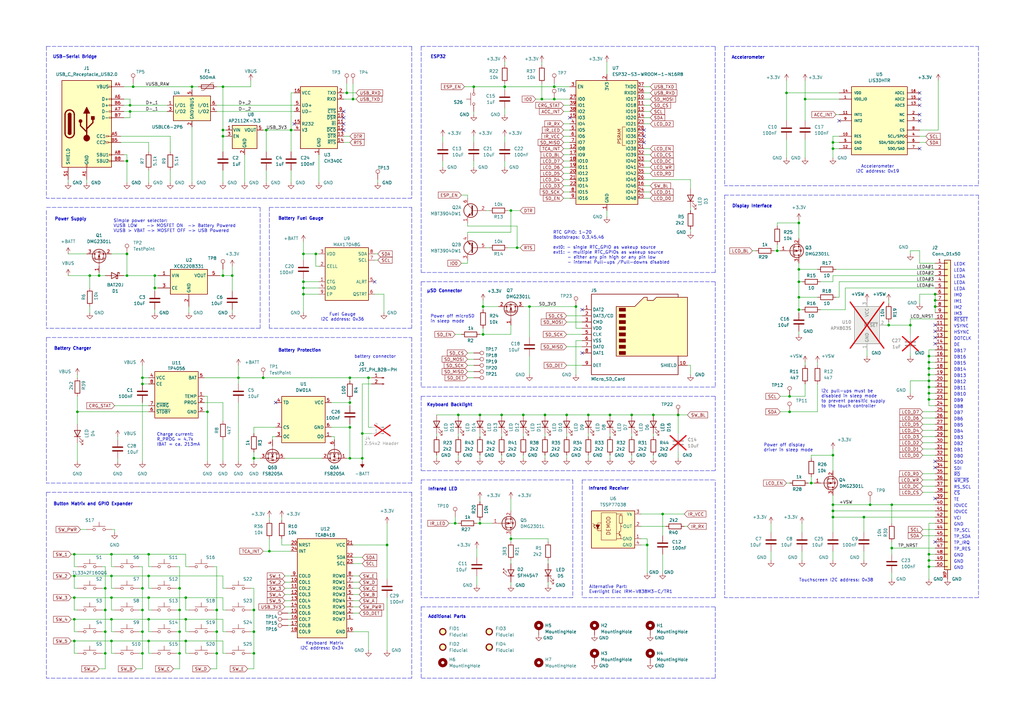
<source format=kicad_sch>
(kicad_sch (version 20250114) (generator "eeschema") (generator_version "9.0")
  (paper "A3")
  (title_block (title "OMOTE - Open Universal Remote") (date "2024-12-22") (rev "5") (company "Maximilian Kern"))
  (text "DB6" (at 391.16 172.72 0) (effects (font (size 1.27 1.27)) (justify left bottom)))
  (text "Accelerometer\nI2C address: 0x19" (at 359.918 71.12 0) (effects (font (size 1.27 1.27)) (justify bottom)))
  (text "DB11" (at 391.16 160.02 0) (effects (font (size 1.27 1.27)) (justify left bottom)))
  (text "DB14" (at 391.16 152.4 0) (effects (font (size 1.27 1.27)) (justify left bottom)))
  (text "IM2" (at 391.16 127 0) (effects (font (size 1.27 1.27)) (justify left bottom)))
  (text "DB10" (at 391.16 162.56 0) (effects (font (size 1.27 1.27)) (justify left bottom)))
  (text "Infrared Receiver" (at 241.3 201.168 0) (effects (font (size 1.27 1.27) (thickness 0.254) (bold yes)) (justify left bottom)))
  (text "Display Interface" (at 300.228 85.344 0) (effects (font (size 1.27 1.27) (thickness 0.254) (bold yes)) (justify left bottom)))
  (text "LEDA" (at 391.16 114.3 0) (effects (font (size 1.27 1.27)) (justify left bottom)))
  (text "DB0" (at 391.16 187.96 0) (effects (font (size 1.27 1.27)) (justify left bottom)))
  (text "GND" (at 391.16 233.68 0) (effects (font (size 1.27 1.27)) (justify left bottom)))
  (text "DB16" (at 391.16 147.32 0) (effects (font (size 1.27 1.27)) (justify left bottom)))
  (text "Alternative Part:\nEverlight Elec IRM-V838M3-C/TR1" (at 241.554 241.808 0) (effects (font (size 1.27 1.27)) (justify left)))
  (text "TE" (at 391.16 205.74 0) (effects (font (size 1.27 1.27)) (justify left bottom)))
  (text "TP_RES" (at 391.16 226.06 0) (effects (font (size 1.27 1.27)) (justify left bottom)))
  (text "TP_IRQ" (at 391.16 223.52 0) (effects (font (size 1.27 1.27)) (justify left bottom)))
  (text "LEDK" (at 391.16 109.22 0) (effects (font (size 1.27 1.27)) (justify left bottom)))
  (text "IM1" (at 391.16 124.46 0) (effects (font (size 1.27 1.27)) (justify left bottom)))
  (text "IOVCC" (at 391.16 210.82 0) (effects (font (size 1.27 1.27)) (justify left bottom)))
  (text "Battery Fuel Gauge" (at 114.046 90.424 0) (effects (font (size 1.27 1.27) (thickness 0.254) (bold yes)) (justify left bottom)))
  (text "IOVCC" (at 391.16 208.28 0) (effects (font (size 1.27 1.27)) (justify left bottom)))
  (text "GND" (at 391.16 215.9 0) (effects (font (size 1.27 1.27)) (justify left bottom)))
  (text "~{RESET}" (at 391.16 132.08 0) (effects (font (size 1.27 1.27)) (justify left bottom)))
  (text "GND" (at 391.16 231.14 0) (effects (font (size 1.27 1.27)) (justify left bottom)))
  (text "ESP32" (at 176.53 24.13 0) (effects (font (size 1.27 1.27) (thickness 0.254) (bold yes)) (justify left bottom)))
  (text "DE" (at 391.16 142.24 0) (effects (font (size 1.27 1.27)) (justify left bottom)))
  (text "RTC GPIO: 1-20\nBootstraps: 0,3,45,46\n\next0: - single RTC_GPIO as wakeup source\next1: - multiple RTC_GPIOs as wakeup source\n      - either any pin high or any pin low\n      - internal Pull-ups /Pull-downs disabled\n" (at 226.822 108.458 0) (effects (font (size 1.27 1.27)) (justify left bottom)))
  (text "Battery Protection" (at 114.046 144.526 0) (effects (font (size 1.27 1.27) (thickness 0.254) (bold yes)) (justify left bottom)))
  (text "IM3" (at 391.16 129.54 0) (effects (font (size 1.27 1.27)) (justify left bottom)))
  (text "DB5" (at 391.16 175.26 0) (effects (font (size 1.27 1.27)) (justify left bottom)))
  (text "Additional Parts" (at 175.514 253.746 0) (effects (font (size 1.27 1.27) (thickness 0.254) (bold yes)) (justify left bottom)))
  (text "USB-Serial Bridge" (at 21.59 24.13 0) (effects (font (size 1.27 1.27) (thickness 0.254) (bold yes)) (justify left bottom)))
  (text "Charge current:\nR_PROG = 4.7k\nIBAT = ca. 213mA" (at 64.262 183.134 0) (effects (font (size 1.27 1.27)) (justify left bottom)))
  (text "DB17" (at 391.16 144.78 0) (effects (font (size 1.27 1.27)) (justify left bottom)))
  (text "TP_SDA" (at 391.16 220.98 0) (effects (font (size 1.27 1.27)) (justify left bottom)))
  (text "DB7" (at 391.16 170.18 0) (effects (font (size 1.27 1.27)) (justify left bottom)))
  (text "DB12" (at 391.16 157.48 0) (effects (font (size 1.27 1.27)) (justify left bottom)))
  (text "DB1" (at 391.16 185.42 0) (effects (font (size 1.27 1.27)) (justify left bottom)))
  (text "GND" (at 391.16 228.6 0) (effects (font (size 1.27 1.27)) (justify left bottom)))
  (text "DOTCLK" (at 391.16 139.7 0) (effects (font (size 1.27 1.27)) (justify left bottom)))
  (text "~{WR_RS}" (at 391.16 198.12 0) (effects (font (size 1.27 1.27)) (justify left bottom)))
  (text "LEDA" (at 391.16 119.38 0) (effects (font (size 1.27 1.27)) (justify left bottom)))
  (text "Infrared LED" (at 175.514 201.422 0) (effects (font (size 1.27 1.27) (thickness 0.254) (bold yes)) (justify left bottom)))
  (text "µSD Connector" (at 175.006 120.142 0) (effects (font (size 1.27 1.27) (thickness 0.254) (bold yes)) (justify left bottom)))
  (text "SDI" (at 391.16 193.04 0) (effects (font (size 1.27 1.27)) (justify left bottom)))
  (text "DB13" (at 391.16 154.94 0) (effects (font (size 1.27 1.27)) (justify left bottom)))
  (text "DB4" (at 391.16 177.8 0) (effects (font (size 1.27 1.27)) (justify left bottom)))
  (text "Touchscreen I2C address: 0x38" (at 327.66 238.76 0) (effects (font (size 1.27 1.27)) (justify left bottom)))
  (text "VCI" (at 391.16 213.36 0) (effects (font (size 1.27 1.27)) (justify left bottom)))
  (text "Battery Charger" (at 22.098 143.764 0) (effects (font (size 1.27 1.27) (thickness 0.254) (bold yes)) (justify left bottom)))
  (text "Power Supply" (at 22.352 90.678 0) (effects (font (size 1.27 1.27) (thickness 0.254) (bold yes)) (justify left bottom)))
  (text "Keyboard Matrix\nI2C address: 0x34" (at 140.97 266.7 0) (effects (font (size 1.27 1.27)) (justify right bottom)))
  (text "Power off display\ndriver in sleep mode" (at 313.182 185.42 0) (effects (font (size 1.27 1.27)) (justify left bottom)))
  (text "i2c pull-ups must be \ndisabled in sleep mode\nto prevent parasitic supply\nto the touch controller\n" (at 336.804 167.386 0) (effects (font (size 1.27 1.27)) (justify left bottom)))
  (text "DB15" (at 391.16 149.86 0) (effects (font (size 1.27 1.27)) (justify left bottom)))
  (text "Button Matrix and GPIO Expander" (at 21.844 207.518 0) (effects (font (size 1.27 1.27) (thickness 0.254) (bold yes)) (justify left bottom)))
  (text "VSYNC" (at 391.16 134.62 0) (effects (font (size 1.27 1.27)) (justify left bottom)))
  (text "DB2" (at 391.16 182.88 0) (effects (font (size 1.27 1.27)) (justify left bottom)))
  (text "DB9" (at 391.16 165.1 0) (effects (font (size 1.27 1.27)) (justify left bottom)))
  (text "battery connector" (at 145.288 147.066 0) (effects (font (size 1.27 1.27)) (justify left bottom)))
  (text "Fuel Gauge\nI2C address: 0x36" (at 140.462 131.826 0) (effects (font (size 1.27 1.27)) (justify bottom)))
  (text "LEDA" (at 391.16 116.84 0) (effects (font (size 1.27 1.27)) (justify left bottom)))
  (text "Simple power selector:\nVUSB LOW    -> MOSFET ON  -> Battery Powered\nVUSB > VBAT -> MOSFET OFF -> USB Powered" (at 46.482 95.504 0) (effects (font (size 1.27 1.27)) (justify left bottom)))
  (text "RS_SCL" (at 391.16 200.66 0) (effects (font (size 1.27 1.27)) (justify left bottom)))
  (text "LEDA" (at 391.16 111.76 0) (effects (font (size 1.27 1.27)) (justify left bottom)))
  (text "Power off microSD\nin sleep mode" (at 176.53 132.588 0) (effects (font (size 1.27 1.27)) (justify left bottom)))
  (text "TP_SCL" (at 391.16 218.44 0) (effects (font (size 1.27 1.27)) (justify left bottom)))
  (text "IM0" (at 391.16 121.92 0) (effects (font (size 1.27 1.27)) (justify left bottom)))
  (text "SDO" (at 391.16 190.5 0) (effects (font (size 1.27 1.27)) (justify left bottom)))
  (text "Keyboard Backlight" (at 175.006 166.878 0) (effects (font (size 1.27 1.27) (thickness 0.254) (bold yes)) (justify left bottom)))
  (text "~{RD}" (at 391.16 195.58 0) (effects (font (size 1.27 1.27)) (justify left bottom)))
  (text "DB3" (at 391.16 180.34 0) (effects (font (size 1.27 1.27)) (justify left bottom)))
  (text "~{CS}" (at 391.16 203.2 0) (effects (font (size 1.27 1.27)) (justify left bottom)))
  (text "DB8" (at 391.16 167.64 0) (effects (font (size 1.27 1.27)) (justify left bottom)))
  (text "HSYNC" (at 391.16 137.16 0) (effects (font (size 1.27 1.27)) (justify left bottom)))
  (text "Accelerometer" (at 299.974 24.384 0) (effects (font (size 1.27 1.27) (thickness 0.254) (bold yes)) (justify left bottom)))
  (junction (at 63.5 113.03))
  (junction (at 205.74 170.18))
  (junction (at 53.34 43.18))
  (junction (at 73.66 250.19))
  (junction (at 341.63 60.96))
  (junction (at 198.12 125.73))
  (junction (at 209.55 86.36))
  (junction (at 60.96 262.89))
  (junction (at 124.46 120.65))
  (junction (at 53.34 45.72))
  (junction (at 327.66 110.49))
  (junction (at 143.51 154.94))
  (junction (at 365.76 207.01))
  (junction (at 341.63 209.55))
  (junction (at 91.44 113.03))
  (junction (at 73.66 259.08))
  (junction (at 124.46 118.11))
  (junction (at 186.69 214.63))
  (junction (at 104.14 267.97))
  (junction (at 381 146.05))
  (junction (at 381 151.13))
  (junction (at 88.9 267.97))
  (junction (at 43.18 267.97))
  (junction (at 381 229.87))
  (junction (at 45.72 262.89))
  (junction (at 323.85 168.91))
  (junction (at 58.42 154.94))
  (junction (at 381 148.59))
  (junction (at 332.74 198.12))
  (junction (at 60.96 245.11))
  (junction (at 45.72 236.22))
  (junction (at 212.09 101.6))
  (junction (at 143.51 187.96))
  (junction (at 271.78 210.82))
  (junction (at 383.54 125.73))
  (junction (at 365.76 224.79))
  (junction (at 151.13 154.94))
  (junction (at 250.19 170.18))
  (junction (at 143.51 175.26))
  (junction (at 91.44 55.88))
  (junction (at 381 163.83))
  (junction (at 58.42 259.08))
  (junction (at 60.96 254))
  (junction (at 73.66 267.97))
  (junction (at 88.9 250.19))
  (junction (at 104.14 187.96))
  (junction (at 40.64 113.03))
  (junction (at 129.54 104.14))
  (junction (at 76.2 262.89))
  (junction (at 78.74 35.56))
  (junction (at 31.75 168.91))
  (junction (at 318.77 102.87))
  (junction (at 383.54 123.19))
  (junction (at 267.97 170.18))
  (junction (at 91.44 53.34))
  (junction (at 198.12 137.16))
  (junction (at 196.85 170.18))
  (junction (at 107.95 154.94))
  (junction (at 95.25 113.03))
  (junction (at 381 232.41))
  (junction (at 259.08 170.18))
  (junction (at 327.66 115.57))
  (junction (at 52.07 66.04))
  (junction (at 341.63 207.01))
  (junction (at 241.3 170.18))
  (junction (at 322.58 38.1))
  (junction (at 158.75 223.52))
  (junction (at 236.22 125.73))
  (junction (at 227.33 40.64))
  (junction (at 45.72 254))
  (junction (at 52.07 113.03))
  (junction (at 119.38 53.34))
  (junction (at 45.72 245.11))
  (junction (at 196.85 214.63))
  (junction (at 187.96 170.18))
  (junction (at 341.63 186.69))
  (junction (at 381 158.75))
  (junction (at 97.79 154.94))
  (junction (at 217.17 125.73))
  (junction (at 341.63 212.09))
  (junction (at 104.14 259.08))
  (junction (at 144.78 40.64))
  (junction (at 373.38 133.35))
  (junction (at 381 153.67))
  (junction (at 88.9 259.08))
  (junction (at 109.22 53.34))
  (junction (at 143.51 165.1))
  (junction (at 364.49 133.35))
  (junction (at 327.66 121.92))
  (junction (at 85.09 168.91))
  (junction (at 58.42 157.48))
  (junction (at 43.18 259.08))
  (junction (at 52.07 104.14))
  (junction (at 43.18 250.19))
  (junction (at 124.46 115.57))
  (junction (at 341.63 58.42))
  (junction (at 327.66 91.44))
  (junction (at 330.2 40.64))
  (junction (at 124.46 104.14))
  (junction (at 381 227.33))
  (junction (at 58.42 267.97))
  (junction (at 58.42 250.19))
  (junction (at 54.61 35.56))
  (junction (at 110.49 226.06))
  (junction (at 381 156.21))
  (junction (at 104.14 250.19))
  (junction (at 30.48 236.22))
  (junction (at 207.01 35.56))
  (junction (at 383.54 120.65))
  (junction (at 209.55 220.98))
  (junction (at 354.33 212.09))
  (junction (at 265.43 223.52))
  (junction (at 36.83 113.03))
  (junction (at 43.18 241.3))
  (junction (at 232.41 170.18))
  (junction (at 222.25 40.64))
  (junction (at 30.48 227.33))
  (junction (at 148.59 177.8))
  (junction (at 214.63 170.18))
  (junction (at 76.2 245.11))
  (junction (at 45.72 227.33))
  (junction (at 223.52 170.18))
  (junction (at 60.96 236.22))
  (junction (at 323.85 162.56))
  (junction (at 91.44 35.56))
  (junction (at 63.5 118.11))
  (junction (at 142.24 38.1))
  (junction (at 148.59 187.96))
  (junction (at 73.66 241.3))
  (junction (at 278.13 170.18))
  (junction (at 30.48 254))
  (junction (at 30.48 245.11))
  (junction (at 76.2 254))
  (junction (at 381 161.29))
  (junction (at 194.31 35.56))
  (junction (at 327.66 127))
  (junction (at 227.33 35.56))
  (junction (at 58.42 241.3))
  (junction (at 30.48 262.89))
  (junction (at 356.87 207.01))
  (junction (at 60.96 227.33))
  (no_connect (at 264.16 53.34))
  (no_connect (at 377.19 38.1))
  (no_connect (at 383.54 191.77))
  (no_connect (at 140.97 53.34))
  (no_connect (at 383.54 138.43))
  (no_connect (at 344.17 49.53))
  (no_connect (at 264.16 58.42))
  (no_connect (at 264.16 55.88))
  (no_connect (at 377.19 60.96))
  (no_connect (at 238.76 144.78))
  (no_connect (at 140.97 48.26))
  (no_connect (at 140.97 50.8))
  (no_connect (at 383.54 135.89))
  (no_connect (at 383.54 204.47))
  (no_connect (at 113.03 165.1))
  (no_connect (at 377.19 49.53))
  (no_connect (at 377.19 43.18))
  (no_connect (at 377.19 40.64))
  (no_connect (at 120.65 50.8))
  (no_connect (at 153.67 115.57))
  (no_connect (at 233.68 48.26))
  (no_connect (at 377.19 46.99))
  (no_connect (at 383.54 222.25))
  (no_connect (at 383.54 189.23))
  (no_connect (at 383.54 140.97))
  (no_connect (at 238.76 127))
  (no_connect (at 383.54 133.35))
  (no_connect (at 140.97 45.72))
  (wire (pts (xy 36.83 113.03) (xy 40.64 113.03)))
  (wire (pts (xy 265.43 220.98) (xy 262.89 220.98)))
  (wire (pts (xy 259.08 186.69) (xy 259.08 187.96)))
  (wire (pts (xy 48.26 179.07) (xy 48.26 180.34)))
  (wire (pts (xy 30.48 227.33) (xy 30.48 232.41)))
  (wire (pts (xy 341.63 212.09) (xy 341.63 218.44)))
  (wire (pts (xy 383.54 232.41) (xy 381 232.41)))
  (wire (pts (xy 102.87 259.08) (xy 104.14 259.08)))
  (polyline (pts (xy 172.72 196.85) (xy 234.95 196.85)) (stroke (width 0) (type dash)))
  (wire (pts (xy 91.44 55.88) (xy 92.71 55.88)))
  (wire (pts (xy 264.16 73.66) (xy 283.21 73.66)))
  (polyline (pts (xy 172.72 162.56) (xy 172.72 193.04)) (stroke (width 0) (type dash)))
  (wire (pts (xy 186.69 212.09) (xy 186.69 214.63)))
  (wire (pts (xy 142.24 38.1) (xy 140.97 38.1)))
  (wire (pts (xy 332.74 186.69) (xy 341.63 186.69)))
  (wire (pts (xy 320.04 162.56) (xy 323.85 162.56)))
  (wire (pts (xy 124.46 120.65) (xy 124.46 118.11)))
  (wire (pts (xy 146.05 38.1) (xy 142.24 38.1)))
  (wire (pts (xy 381 151.13) (xy 381 153.67)))
  (wire (pts (xy 30.48 250.19) (xy 31.75 250.19)))
  (wire (pts (xy 116.84 187.96) (xy 132.08 187.96)))
  (wire (pts (xy 124.46 104.14) (xy 129.54 104.14)))
  (wire (pts (xy 91.44 267.97) (xy 92.71 267.97)))
  (wire (pts (xy 147.32 243.84) (xy 144.78 243.84)))
  (wire (pts (xy 129.54 104.14) (xy 130.81 104.14)))
  (wire (pts (xy 191.77 92.71) (xy 212.09 92.71)))
  (wire (pts (xy 83.82 168.91) (xy 85.09 168.91)))
  (wire (pts (xy 332.74 186.69) (xy 332.74 187.96)))
  (polyline (pts (xy 19.05 138.43) (xy 19.05 198.12)) (stroke (width 0) (type dash)))
  (wire (pts (xy 104.14 259.08) (xy 104.14 267.97)))
  (wire (pts (xy 102.87 241.3) (xy 104.14 241.3)))
  (wire (pts (xy 231.14 63.5) (xy 233.68 63.5)))
  (wire (pts (xy 129.54 104.14) (xy 129.54 109.22)))
  (wire (pts (xy 377.19 102.87) (xy 377.19 107.95)))
  (wire (pts (xy 187.96 186.69) (xy 187.96 187.96)))
  (wire (pts (xy 318.77 91.44) (xy 318.77 92.71)))
  (wire (pts (xy 318.77 91.44) (xy 327.66 91.44)))
  (polyline (pts (xy 172.72 248.92) (xy 172.72 278.13)) (stroke (width 0) (type dash)))
  (wire (pts (xy 378.46 184.15) (xy 383.54 184.15)))
  (wire (pts (xy 91.44 245.11) (xy 91.44 250.19)))
  (wire (pts (xy 322.58 38.1) (xy 322.58 49.53)))
  (polyline (pts (xy 172.72 115.57) (xy 172.72 158.75)) (stroke (width 0) (type dash)))
  (wire (pts (xy 52.07 104.14) (xy 52.07 113.03)))
  (wire (pts (xy 231.14 43.18) (xy 233.68 43.18)))
  (wire (pts (xy 143.51 163.83) (xy 143.51 165.1)))
  (wire (pts (xy 278.13 170.18) (xy 278.13 177.8)))
  (wire (pts (xy 354.33 212.09) (xy 383.54 212.09)))
  (wire (pts (xy 58.42 259.08) (xy 58.42 267.97)))
  (polyline (pts (xy 293.37 248.92) (xy 293.37 278.13)) (stroke (width 0) (type dash)))
  (wire (pts (xy 124.46 115.57) (xy 124.46 114.3)))
  (wire (pts (xy 184.15 214.63) (xy 186.69 214.63)))
  (wire (pts (xy 342.9 46.99) (xy 344.17 46.99)))
  (wire (pts (xy 330.2 40.64) (xy 330.2 49.53)))
  (wire (pts (xy 231.14 66.04) (xy 233.68 66.04)))
  (wire (pts (xy 341.63 55.88) (xy 341.63 58.42)))
  (wire (pts (xy 336.55 115.57) (xy 341.63 115.57)))
  (wire (pts (xy 110.49 226.06) (xy 119.38 226.06)))
  (wire (pts (xy 241.3 186.69) (xy 241.3 187.96)))
  (wire (pts (xy 381 227.33) (xy 381 229.87)))
  (wire (pts (xy 97.79 165.1) (xy 97.79 189.23)))
  (wire (pts (xy 207.01 25.4) (xy 207.01 26.67)))
  (wire (pts (xy 153.67 120.65) (xy 157.48 120.65)))
  (wire (pts (xy 383.54 125.73) (xy 383.54 123.19)))
  (wire (pts (xy 195.58 214.63) (xy 196.85 214.63)))
  (wire (pts (xy 36.83 113.03) (xy 27.94 113.03)))
  (wire (pts (xy 381 148.59) (xy 381 151.13)))
  (wire (pts (xy 227.33 40.64) (xy 222.25 40.64)))
  (wire (pts (xy 384.81 53.34) (xy 384.81 33.02)))
  (wire (pts (xy 45.72 236.22) (xy 60.96 236.22)))
  (wire (pts (xy 217.17 125.73) (xy 236.22 125.73)))
  (wire (pts (xy 330.2 149.86) (xy 330.2 148.59)))
  (wire (pts (xy 194.31 58.42) (xy 194.31 55.88)))
  (wire (pts (xy 143.51 154.94) (xy 151.13 154.94)))
  (wire (pts (xy 83.82 165.1) (xy 91.44 165.1)))
  (wire (pts (xy 262.89 210.82) (xy 271.78 210.82)))
  (wire (pts (xy 341.63 113.03) (xy 383.54 113.03)))
  (wire (pts (xy 50.8 113.03) (xy 52.07 113.03)))
  (wire (pts (xy 381 146.05) (xy 383.54 146.05)))
  (wire (pts (xy 364.49 133.35) (xy 373.38 133.35)))
  (wire (pts (xy 265.43 223.52) (xy 265.43 220.98)))
  (wire (pts (xy 116.84 246.38) (xy 119.38 246.38)))
  (wire (pts (xy 341.63 203.2) (xy 341.63 207.01)))
  (wire (pts (xy 27.94 73.66) (xy 27.94 74.93)))
  (wire (pts (xy 85.09 168.91) (xy 85.09 189.23)))
  (wire (pts (xy 111.76 179.07) (xy 111.76 180.34)))
  (wire (pts (xy 383.54 118.11) (xy 346.71 118.11)))
  (wire (pts (xy 378.46 201.93) (xy 383.54 201.93)))
  (wire (pts (xy 144.78 34.29) (xy 144.78 40.64)))
  (wire (pts (xy 327.66 127) (xy 327.66 128.27)))
  (wire (pts (xy 142.24 34.29) (xy 142.24 38.1)))
  (wire (pts (xy 224.79 238.76) (xy 224.79 240.03)))
  (wire (pts (xy 30.48 232.41) (xy 31.75 232.41)))
  (wire (pts (xy 327.66 127) (xy 328.93 127)))
  (wire (pts (xy 322.58 38.1) (xy 344.17 38.1)))
  (polyline (pts (xy 293.37 245.11) (xy 238.76 245.11)) (stroke (width 0) (type dash)))
  (wire (pts (xy 40.64 113.03) (xy 43.18 113.03)))
  (wire (pts (xy 316.23 214.63) (xy 316.23 218.44)))
  (polyline (pts (xy 297.18 19.05) (xy 401.32 19.05)) (stroke (width 0) (type dash)))
  (wire (pts (xy 69.85 55.88) (xy 69.85 62.23)))
  (wire (pts (xy 212.09 101.6) (xy 213.36 101.6)))
  (wire (pts (xy 49.53 58.42) (xy 60.96 58.42)))
  (wire (pts (xy 207.01 66.04) (xy 207.01 68.58)))
  (wire (pts (xy 147.32 238.76) (xy 144.78 238.76)))
  (wire (pts (xy 53.34 43.18) (xy 68.58 43.18)))
  (wire (pts (xy 87.63 259.08) (xy 88.9 259.08)))
  (wire (pts (xy 381 232.41) (xy 381 237.49)))
  (wire (pts (xy 83.82 154.94) (xy 97.79 154.94)))
  (wire (pts (xy 217.17 125.73) (xy 214.63 125.73)))
  (wire (pts (xy 330.2 57.15) (xy 330.2 64.77)))
  (wire (pts (xy 199.39 101.6) (xy 200.66 101.6)))
  (wire (pts (xy 91.44 250.19) (xy 92.71 250.19)))
  (polyline (pts (xy 293.37 111.76) (xy 172.72 111.76)) (stroke (width 0) (type dash)))
  (wire (pts (xy 189.23 107.95) (xy 191.77 107.95)))
  (wire (pts (xy 49.53 55.88) (xy 69.85 55.88)))
  (polyline (pts (xy 110.49 85.09) (xy 168.91 85.09)) (stroke (width 0) (type dash)))
  (wire (pts (xy 106.68 187.96) (xy 104.14 187.96)))
  (wire (pts (xy 41.91 232.41) (xy 43.18 232.41)))
  (wire (pts (xy 35.56 217.17) (xy 33.02 217.17)))
  (wire (pts (xy 152.4 157.48) (xy 148.59 157.48)))
  (wire (pts (xy 264.16 63.5) (xy 266.7 63.5)))
  (wire (pts (xy 190.5 35.56) (xy 194.31 35.56)))
  (wire (pts (xy 344.17 40.64) (xy 330.2 40.64)))
  (wire (pts (xy 50.8 35.56) (xy 54.61 35.56)))
  (wire (pts (xy 217.17 146.05) (xy 217.17 153.67)))
  (wire (pts (xy 60.96 236.22) (xy 60.96 241.3)))
  (wire (pts (xy 233.68 53.34) (xy 231.14 53.34)))
  (wire (pts (xy 264.16 76.2) (xy 266.7 76.2)))
  (wire (pts (xy 40.64 111.76) (xy 40.64 113.03)))
  (wire (pts (xy 154.94 106.68) (xy 153.67 106.68)))
  (wire (pts (xy 88.9 267.97) (xy 88.9 274.32)))
  (wire (pts (xy 383.54 219.71) (xy 378.46 219.71)))
  (wire (pts (xy 342.9 121.92) (xy 344.17 121.92)))
  (wire (pts (xy 60.96 58.42) (xy 60.96 62.23)))
  (wire (pts (xy 43.18 250.19) (xy 43.18 259.08)))
  (polyline (pts (xy 172.72 19.05) (xy 172.72 111.76)) (stroke (width 0) (type dash)))
  (wire (pts (xy 377.19 107.95) (xy 383.54 107.95)))
  (wire (pts (xy 378.46 181.61) (xy 383.54 181.61)))
  (wire (pts (xy 60.96 245.11) (xy 60.96 250.19)))
  (polyline (pts (xy 293.37 278.13) (xy 172.72 278.13)) (stroke (width 0) (type dash)))
  (wire (pts (xy 231.14 71.12) (xy 233.68 71.12)))
  (wire (pts (xy 364.49 132.08) (xy 364.49 133.35)))
  (wire (pts (xy 52.07 63.5) (xy 52.07 66.04)))
  (wire (pts (xy 158.75 214.63) (xy 158.75 223.52)))
  (wire (pts (xy 152.4 175.26) (xy 151.13 175.26)))
  (wire (pts (xy 341.63 209.55) (xy 341.63 207.01)))
  (wire (pts (xy 381 158.75) (xy 381 161.29)))
  (wire (pts (xy 187.96 170.18) (xy 179.07 170.18)))
  (wire (pts (xy 332.74 195.58) (xy 332.74 198.12)))
  (wire (pts (xy 250.19 170.18) (xy 241.3 170.18)))
  (wire (pts (xy 283.21 73.66) (xy 283.21 77.47)))
  (wire (pts (xy 196.85 177.8) (xy 196.85 179.07)))
  (wire (pts (xy 194.31 147.32) (xy 191.77 147.32)))
  (wire (pts (xy 88.9 43.18) (xy 120.65 43.18)))
  (wire (pts (xy 187.96 170.18) (xy 196.85 170.18)))
  (wire (pts (xy 143.51 175.26) (xy 143.51 173.99)))
  (polyline (pts (xy 172.72 19.05) (xy 293.37 19.05)) (stroke (width 0) (type dash)))
  (wire (pts (xy 214.63 177.8) (xy 214.63 179.07)))
  (wire (pts (xy 137.16 179.07) (xy 137.16 180.34)))
  (wire (pts (xy 113.03 179.07) (xy 111.76 179.07)))
  (wire (pts (xy 147.32 251.46) (xy 144.78 251.46)))
  (polyline (pts (xy 297.18 80.01) (xy 297.18 245.11)) (stroke (width 0) (type dash)))
  (wire (pts (xy 341.63 186.69) (xy 341.63 193.04)))
  (wire (pts (xy 36.83 113.03) (xy 36.83 118.11)))
  (wire (pts (xy 191.77 95.25) (xy 209.55 95.25)))
  (wire (pts (xy 143.51 55.88) (xy 140.97 55.88)))
  (wire (pts (xy 27.94 104.14) (xy 35.56 104.14)))
  (wire (pts (xy 78.74 35.56) (xy 81.28 35.56)))
  (wire (pts (xy 264.16 68.58) (xy 266.7 68.58)))
  (wire (pts (xy 232.41 149.86) (xy 238.76 149.86)))
  (wire (pts (xy 53.34 45.72) (xy 68.58 45.72)))
  (wire (pts (xy 373.38 102.87) (xy 373.38 104.14)))
  (wire (pts (xy 280.67 210.82) (xy 271.78 210.82)))
  (polyline (pts (xy 19.05 85.09) (xy 106.68 85.09)) (stroke (width 0) (type dash)))
  (wire (pts (xy 30.48 262.89) (xy 45.72 262.89)))
  (wire (pts (xy 327.66 107.95) (xy 327.66 110.49)))
  (wire (pts (xy 233.68 55.88) (xy 231.14 55.88)))
  (wire (pts (xy 248.92 88.9) (xy 248.92 86.36)))
  (wire (pts (xy 73.66 250.19) (xy 73.66 259.08)))
  (wire (pts (xy 381 161.29) (xy 381 163.83)))
  (wire (pts (xy 373.38 130.81) (xy 373.38 133.35)))
  (wire (pts (xy 262.89 223.52) (xy 265.43 223.52)))
  (wire (pts (xy 63.5 113.03) (xy 63.5 118.11)))
  (wire (pts (xy 322.58 33.02) (xy 322.58 38.1)))
  (wire (pts (xy 116.84 238.76) (xy 119.38 238.76)))
  (wire (pts (xy 207.01 35.56) (xy 207.01 36.83)))
  (wire (pts (xy 232.41 170.18) (xy 223.52 170.18)))
  (polyline (pts (xy 19.05 138.43) (xy 168.91 138.43)) (stroke (width 0) (type dash)))
  (wire (pts (xy 45.72 245.11) (xy 45.72 250.19)))
  (wire (pts (xy 373.38 161.29) (xy 373.38 156.21)))
  (wire (pts (xy 109.22 53.34) (xy 109.22 62.23)))
  (wire (pts (xy 271.78 210.82) (xy 271.78 219.71)))
  (wire (pts (xy 214.63 186.69) (xy 214.63 187.96)))
  (wire (pts (xy 110.49 226.06) (xy 110.49 220.98)))
  (wire (pts (xy 50.8 40.64) (xy 53.34 40.64)))
  (wire (pts (xy 381 143.51) (xy 383.54 143.51)))
  (wire (pts (xy 320.04 102.87) (xy 318.77 102.87)))
  (wire (pts (xy 378.46 171.45) (xy 383.54 171.45)))
  (wire (pts (xy 73.66 259.08) (xy 73.66 267.97)))
  (wire (pts (xy 250.19 177.8) (xy 250.19 179.07)))
  (wire (pts (xy 71.12 274.32) (xy 73.66 274.32)))
  (wire (pts (xy 118.11 251.46) (xy 119.38 251.46)))
  (polyline (pts (xy 238.76 196.85) (xy 238.76 245.11)) (stroke (width 0) (type dash)))
  (polyline (pts (xy 238.76 196.85) (xy 293.37 196.85)) (stroke (width 0) (type dash)))
  (wire (pts (xy 205.74 170.18) (xy 196.85 170.18)))
  (wire (pts (xy 130.81 120.65) (xy 124.46 120.65)))
  (wire (pts (xy 63.5 113.03) (xy 64.77 113.03)))
  (wire (pts (xy 212.09 101.6) (xy 208.28 101.6)))
  (wire (pts (xy 207.01 35.56) (xy 207.01 34.29)))
  (wire (pts (xy 264.16 38.1) (xy 266.7 38.1)))
  (wire (pts (xy 259.08 170.18) (xy 267.97 170.18)))
  (wire (pts (xy 41.91 259.08) (xy 43.18 259.08)))
  (wire (pts (xy 283.21 149.86) (xy 283.21 153.67)))
  (wire (pts (xy 265.43 223.52) (xy 265.43 234.95)))
  (wire (pts (xy 381 158.75) (xy 383.54 158.75)))
  (wire (pts (xy 45.72 250.19) (xy 46.99 250.19)))
  (wire (pts (xy 381 143.51) (xy 381 146.05)))
  (wire (pts (xy 107.95 226.06) (xy 110.49 226.06)))
  (wire (pts (xy 381 214.63) (xy 381 227.33)))
  (wire (pts (xy 236.22 139.7) (xy 238.76 139.7)))
  (wire (pts (xy 344.17 55.88) (xy 341.63 55.88)))
  (wire (pts (xy 151.13 259.08) (xy 144.78 259.08)))
  (wire (pts (xy 69.85 69.85) (xy 69.85 74.93)))
  (wire (pts (xy 283.21 95.25) (xy 283.21 93.98)))
  (wire (pts (xy 262.89 215.9) (xy 273.05 215.9)))
  (wire (pts (xy 91.44 113.03) (xy 95.25 113.03)))
  (wire (pts (xy 109.22 53.34) (xy 119.38 53.34)))
  (wire (pts (xy 266.7 81.28) (xy 264.16 81.28)))
  (wire (pts (xy 119.38 38.1) (xy 120.65 38.1)))
  (wire (pts (xy 31.75 189.23) (xy 31.75 181.61)))
  (wire (pts (xy 63.5 118.11) (xy 63.5 119.38)))
  (polyline (pts (xy 234.95 245.11) (xy 172.72 245.11)) (stroke (width 0) (type dash)))
  (wire (pts (xy 322.58 198.12) (xy 323.85 198.12)))
  (wire (pts (xy 223.52 177.8) (xy 223.52 179.07)))
  (polyline (pts (xy 293.37 158.75) (xy 172.72 158.75)) (stroke (width 0) (type dash)))
  (wire (pts (xy 40.64 274.32) (xy 43.18 274.32)))
  (wire (pts (xy 57.15 259.08) (xy 58.42 259.08)))
  (polyline (pts (xy 106.68 134.62) (xy 19.05 134.62)) (stroke (width 0) (type dash)))
  (wire (pts (xy 58.42 154.94) (xy 58.42 157.48)))
  (wire (pts (xy 207.01 46.99) (xy 207.01 44.45)))
  (polyline (pts (xy 19.05 201.93) (xy 19.05 278.13)) (stroke (width 0) (type dash)))
  (wire (pts (xy 115.57 212.09) (xy 115.57 213.36)))
  (wire (pts (xy 373.38 156.21) (xy 381 156.21)))
  (wire (pts (xy 322.58 57.15) (xy 322.58 64.77)))
  (wire (pts (xy 83.82 162.56) (xy 85.09 162.56)))
  (wire (pts (xy 158.75 223.52) (xy 144.78 223.52)))
  (polyline (pts (xy 293.37 162.56) (xy 293.37 193.04)) (stroke (width 0) (type dash)))
  (wire (pts (xy 227.33 34.29) (xy 227.33 35.56)))
  (wire (pts (xy 222.25 26.67) (xy 222.25 25.4)))
  (wire (pts (xy 45.72 104.14) (xy 52.07 104.14)))
  (wire (pts (xy 29.21 227.33) (xy 30.48 227.33)))
  (wire (pts (xy 35.56 73.66) (xy 35.56 74.93)))
  (wire (pts (xy 335.28 168.91) (xy 323.85 168.91)))
  (wire (pts (xy 57.15 267.97) (xy 58.42 267.97)))
  (wire (pts (xy 30.48 227.33) (xy 45.72 227.33)))
  (wire (pts (xy 45.72 227.33) (xy 60.96 227.33)))
  (wire (pts (xy 58.42 165.1) (xy 58.42 189.23)))
  (wire (pts (xy 209.55 220.98) (xy 209.55 222.25)))
  (polyline (pts (xy 293.37 245.11) (xy 293.37 196.85)) (stroke (width 0) (type dash)))
  (wire (pts (xy 196.85 213.36) (xy 196.85 214.63)))
  (wire (pts (xy 378.46 186.69) (xy 383.54 186.69)))
  (wire (pts (xy 63.5 127) (xy 63.5 128.27)))
  (wire (pts (xy 194.31 144.78) (xy 191.77 144.78)))
  (wire (pts (xy 381 148.59) (xy 383.54 148.59)))
  (wire (pts (xy 264.16 66.04) (xy 266.7 66.04)))
  (wire (pts (xy 144.78 236.22) (xy 147.32 236.22)))
  (wire (pts (xy 222.25 40.64) (xy 222.25 34.29)))
  (wire (pts (xy 60.96 241.3) (xy 62.23 241.3)))
  (wire (pts (xy 119.38 38.1) (xy 119.38 53.34)))
  (wire (pts (xy 259.08 177.8) (xy 259.08 179.07)))
  (wire (pts (xy 283.21 85.09) (xy 283.21 86.36)))
  (wire (pts (xy 31.75 168.91) (xy 60.96 168.91)))
  (wire (pts (xy 45.72 262.89) (xy 60.96 262.89)))
  (wire (pts (xy 356.87 207.01) (xy 365.76 207.01)))
  (wire (pts (xy 60.96 232.41) (xy 62.23 232.41)))
  (wire (pts (xy 231.14 50.8) (xy 233.68 50.8)))
  (wire (pts (xy 179.07 177.8) (xy 179.07 179.07)))
  (wire (pts (xy 381 166.37) (xy 383.54 166.37)))
  (wire (pts (xy 143.51 58.42) (xy 140.97 58.42)))
  (wire (pts (xy 186.69 214.63) (xy 187.96 214.63)))
  (wire (pts (xy 76.2 232.41) (xy 77.47 232.41)))
  (wire (pts (xy 109.22 69.85) (xy 109.22 74.93)))
  (wire (pts (xy 50.8 63.5) (xy 52.07 63.5)))
  (wire (pts (xy 76.2 245.11) (xy 91.44 245.11)))
  (wire (pts (xy 381 156.21) (xy 381 158.75)))
  (wire (pts (xy 354.33 226.06) (xy 354.33 229.87)))
  (wire (pts (xy 73.66 241.3) (xy 73.66 250.19)))
  (polyline (pts (xy 168.91 134.62) (xy 110.49 134.62)) (stroke (width 0) (type dash)))
  (wire (pts (xy 151.13 154.94) (xy 152.4 154.94)))
  (wire (pts (xy 58.42 149.86) (xy 58.42 154.94)))
  (wire (pts (xy 209.55 86.36) (xy 213.36 86.36)))
  (wire (pts (xy 327.66 115.57) (xy 327.66 121.92)))
  (wire (pts (xy 30.48 245.11) (xy 30.48 250.19)))
  (wire (pts (xy 45.72 267.97) (xy 46.99 267.97)))
  (wire (pts (xy 30.48 241.3) (xy 31.75 241.3)))
  (wire (pts (xy 364.49 123.19) (xy 364.49 124.46)))
  (wire (pts (xy 97.79 154.94) (xy 107.95 154.94)))
  (wire (pts (xy 88.9 45.72) (xy 120.65 45.72)))
  (wire (pts (xy 335.28 110.49) (xy 327.66 110.49)))
  (wire (pts (xy 346.71 127) (xy 336.55 127)))
  (wire (pts (xy 45.72 262.89) (xy 45.72 267.97)))
  (wire (pts (xy 60.96 254) (xy 60.96 259.08)))
  (wire (pts (xy 328.93 214.63) (xy 328.93 218.44)))
  (wire (pts (xy 104.14 187.96) (xy 104.14 189.23)))
  (wire (pts (xy 332.74 198.12) (xy 334.01 198.12)))
  (wire (pts (xy 97.79 154.94) (xy 97.79 157.48)))
  (wire (pts (xy 144.78 228.6) (xy 148.59 228.6)))
  (wire (pts (xy 60.96 259.08) (xy 62.23 259.08)))
  (wire (pts (xy 373.38 133.35) (xy 373.38 137.16)))
  (wire (pts (xy 232.41 186.69) (xy 232.41 187.96)))
  (polyline (pts (xy 401.32 245.11) (xy 297.18 245.11)) (stroke (width 0) (type dash)))
  (wire (pts (xy 281.94 149.86) (xy 283.21 149.86)))
  (wire (pts (xy 266.7 43.18) (xy 264.16 43.18)))
  (wire (pts (xy 116.84 243.84) (xy 119.38 243.84)))
  (wire (pts (xy 45.72 254) (xy 45.72 259.08)))
  (wire (pts (xy 378.46 179.07) (xy 383.54 179.07)))
  (wire (pts (xy 373.38 146.05) (xy 373.38 144.78)))
  (wire (pts (xy 101.6 274.32) (xy 104.14 274.32)))
  (wire (pts (xy 195.58 236.22) (xy 195.58 240.03)))
  (polyline (pts (xy 172.72 162.56) (xy 293.37 162.56)) (stroke (width 0) (type dash)))
  (wire (pts (xy 331.47 198.12) (xy 332.74 198.12)))
  (wire (pts (xy 377.19 120.65) (xy 383.54 120.65)))
  (wire (pts (xy 198.12 137.16) (xy 196.85 137.16)))
  (polyline (pts (xy 168.91 85.09) (xy 168.91 134.62)) (stroke (width 0) (type dash)))
  (wire (pts (xy 231.14 73.66) (xy 233.68 73.66)))
  (wire (pts (xy 124.46 115.57) (xy 130.81 115.57)))
  (wire (pts (xy 232.41 129.54) (xy 238.76 129.54)))
  (wire (pts (xy 78.74 35.56) (xy 78.74 36.83)))
  (wire (pts (xy 95.25 127) (xy 95.25 128.27)))
  (wire (pts (xy 30.48 236.22) (xy 45.72 236.22)))
  (wire (pts (xy 60.96 250.19) (xy 62.23 250.19)))
  (wire (pts (xy 328.93 226.06) (xy 328.93 229.87)))
  (wire (pts (xy 196.85 204.47) (xy 196.85 205.74)))
  (wire (pts (xy 72.39 259.08) (xy 73.66 259.08)))
  (wire (pts (xy 76.2 254) (xy 91.44 254)))
  (wire (pts (xy 383.54 229.87) (xy 381 229.87)))
  (wire (pts (xy 232.41 137.16) (xy 238.76 137.16)))
  (wire (pts (xy 143.51 165.1) (xy 143.51 166.37)))
  (wire (pts (xy 118.11 254) (xy 119.38 254)))
  (wire (pts (xy 146.05 40.64) (xy 144.78 40.64)))
  (wire (pts (xy 209.55 86.36) (xy 208.28 86.36)))
  (wire (pts (xy 365.76 207.01) (xy 365.76 214.63)))
  (wire (pts (xy 116.84 248.92) (xy 119.38 248.92)))
  (wire (pts (xy 120.65 53.34) (xy 119.38 53.34)))
  (wire (pts (xy 187.96 177.8) (xy 187.96 179.07)))
  (wire (pts (xy 60.96 157.48) (xy 58.42 157.48)))
  (wire (pts (xy 76.2 245.11) (xy 76.2 250.19)))
  (wire (pts (xy 214.63 170.18) (xy 205.74 170.18)))
  (wire (pts (xy 227.33 40.64) (xy 233.68 40.64)))
  (wire (pts (xy 104.14 267.97) (xy 104.14 274.32)))
  (wire (pts (xy 36.83 128.27) (xy 36.83 125.73)))
  (wire (pts (xy 381 161.29) (xy 383.54 161.29)))
  (wire (pts (xy 29.21 245.11) (xy 30.48 245.11)))
  (polyline (pts (xy 110.49 134.62) (xy 110.49 85.09)) (stroke (width 0) (type dash)))
  (wire (pts (xy 196.85 214.63) (xy 201.93 214.63)))
  (wire (pts (xy 231.14 60.96) (xy 233.68 60.96)))
  (wire (pts (xy 72.39 232.41) (xy 73.66 232.41)))
  (polyline (pts (xy 168.91 19.05) (xy 168.91 81.28)) (stroke (width 0) (type dash)))
  (wire (pts (xy 91.44 35.56) (xy 102.87 35.56)))
  (wire (pts (xy 189.23 137.16) (xy 186.69 137.16)))
  (wire (pts (xy 271.78 227.33) (xy 271.78 234.95)))
  (wire (pts (xy 41.91 250.19) (xy 43.18 250.19)))
  (wire (pts (xy 76.2 262.89) (xy 76.2 267.97)))
  (wire (pts (xy 373.38 102.87) (xy 377.19 102.87)))
  (wire (pts (xy 381 146.05) (xy 381 148.59)))
  (wire (pts (xy 124.46 106.68) (xy 124.46 104.14)))
  (wire (pts (xy 91.44 262.89) (xy 91.44 267.97)))
  (wire (pts (xy 31.75 168.91) (xy 31.75 173.99)))
  (wire (pts (xy 43.18 232.41) (xy 43.18 241.3)))
  (wire (pts (xy 124.46 120.65) (xy 124.46 128.27)))
  (wire (pts (xy 57.15 232.41) (xy 58.42 232.41)))
  (wire (pts (xy 231.14 81.28) (xy 233.68 81.28)))
  (polyline (pts (xy 168.91 138.43) (xy 168.91 198.12)) (stroke (width 0) (type dash)))
  (wire (pts (xy 209.55 220.98) (xy 224.79 220.98)))
  (wire (pts (xy 45.72 227.33) (xy 45.72 232.41)))
  (wire (pts (xy 148.59 177.8) (xy 152.4 177.8)))
  (wire (pts (xy 60.96 245.11) (xy 76.2 245.11)))
  (wire (pts (xy 378.46 217.17) (xy 383.54 217.17)))
  (polyline (pts (xy 293.37 193.04) (xy 172.72 193.04)) (stroke (width 0) (type dash)))
  (wire (pts (xy 91.44 110.49) (xy 91.44 113.03)))
  (wire (pts (xy 378.46 168.91) (xy 383.54 168.91)))
  (polyline (pts (xy 297.18 19.05) (xy 297.18 76.2)) (stroke (width 0) (type dash)))
  (wire (pts (xy 209.55 204.47) (xy 209.55 209.55)))
  (wire (pts (xy 381 156.21) (xy 383.54 156.21)))
  (wire (pts (xy 30.48 236.22) (xy 30.48 241.3)))
  (wire (pts (xy 43.18 241.3) (xy 43.18 250.19)))
  (polyline (pts (xy 401.32 80.01) (xy 401.32 245.11)) (stroke (width 0) (type dash)))
  (polyline (pts (xy 401.32 19.05) (xy 401.32 76.2)) (stroke (width 0) (type dash)))
  (wire (pts (xy 373.38 130.81) (xy 383.54 130.81)))
  (wire (pts (xy 50.8 66.04) (xy 52.07 66.04)))
  (wire (pts (xy 124.46 118.11) (xy 124.46 115.57)))
  (wire (pts (xy 198.12 123.19) (xy 198.12 125.73)))
  (wire (pts (xy 191.77 154.94) (xy 194.31 154.94)))
  (wire (pts (xy 50.8 43.18) (xy 53.34 43.18)))
  (wire (pts (xy 330.2 33.02) (xy 330.2 40.64)))
  (wire (pts (xy 104.14 250.19) (xy 104.14 259.08)))
  (wire (pts (xy 60.96 267.97) (xy 62.23 267.97)))
  (wire (pts (xy 87.63 250.19) (xy 88.9 250.19)))
  (wire (pts (xy 118.11 256.54) (xy 119.38 256.54)))
  (wire (pts (xy 76.2 259.08) (xy 77.47 259.08)))
  (wire (pts (xy 135.89 165.1) (xy 143.51 165.1)))
  (wire (pts (xy 45.72 259.08) (xy 46.99 259.08)))
  (wire (pts (xy 381 163.83) (xy 381 166.37)))
  (wire (pts (xy 356.87 205.74) (xy 356.87 207.01)))
  (wire (pts (xy 330.2 162.56) (xy 323.85 162.56)))
  (wire (pts (xy 54.61 35.56) (xy 78.74 35.56)))
  (wire (pts (xy 231.14 45.72) (xy 233.68 45.72)))
  (wire (pts (xy 327.66 90.17) (xy 327.66 91.44)))
  (wire (pts (xy 29.21 236.22) (xy 30.48 236.22)))
  (wire (pts (xy 264.16 71.12) (xy 266.7 71.12)))
  (wire (pts (xy 30.48 254) (xy 30.48 259.08)))
  (wire (pts (xy 363.22 133.35) (xy 364.49 133.35)))
  (wire (pts (xy 52.07 66.04) (xy 52.07 74.93)))
  (polyline (pts (xy 172.72 115.57) (xy 293.37 115.57)) (stroke (width 0) (type dash)))
  (wire (pts (xy 266.7 45.72) (xy 264.16 45.72)))
  (wire (pts (xy 76.2 250.19) (xy 77.47 250.19)))
  (wire (pts (xy 29.21 254) (xy 30.48 254)))
  (wire (pts (xy 223.52 170.18) (xy 214.63 170.18)))
  (wire (pts (xy 267.97 186.69) (xy 267.97 187.96)))
  (wire (pts (xy 194.31 46.99) (xy 194.31 45.72)))
  (wire (pts (xy 151.13 266.7) (xy 151.13 259.08)))
  (polyline (pts (xy 168.91 81.28) (xy 19.05 81.28)) (stroke (width 0) (type dash)))
  (wire (pts (xy 212.09 92.71) (xy 212.09 101.6)))
  (wire (pts (xy 30.48 267.97) (xy 31.75 267.97)))
  (wire (pts (xy 181.61 66.04) (xy 181.61 68.58)))
  (wire (pts (xy 113.03 175.26) (xy 104.14 175.26)))
  (wire (pts (xy 76.2 254) (xy 76.2 259.08)))
  (wire (pts (xy 91.44 236.22) (xy 91.44 241.3)))
  (wire (pts (xy 46.99 217.17) (xy 45.72 217.17)))
  (wire (pts (xy 144.78 248.92) (xy 147.32 248.92)))
  (wire (pts (xy 91.44 259.08) (xy 92.71 259.08)))
  (wire (pts (xy 60.96 69.85) (xy 60.96 74.93)))
  (wire (pts (xy 209.55 219.71) (xy 209.55 220.98)))
  (wire (pts (xy 31.75 162.56) (xy 31.75 168.91)))
  (wire (pts (xy 91.44 254) (xy 91.44 259.08)))
  (wire (pts (xy 104.14 241.3) (xy 104.14 250.19)))
  (wire (pts (xy 232.41 142.24) (xy 238.76 142.24)))
  (wire (pts (xy 104.14 185.42) (xy 104.14 187.96)))
  (wire (pts (xy 377.19 58.42) (xy 379.73 58.42)))
  (wire (pts (xy 231.14 58.42) (xy 233.68 58.42)))
  (wire (pts (xy 224.79 229.87) (xy 224.79 231.14)))
  (wire (pts (xy 383.54 214.63) (xy 381 214.63)))
  (wire (pts (xy 378.46 173.99) (xy 383.54 173.99)))
  (wire (pts (xy 328.93 115.57) (xy 327.66 115.57)))
  (wire (pts (xy 119.38 69.85) (xy 119.38 74.93)))
  (wire (pts (xy 143.51 156.21) (xy 143.51 154.94)))
  (wire (pts (xy 341.63 212.09) (xy 354.33 212.09)))
  (wire (pts (xy 45.72 254) (xy 60.96 254)))
  (wire (pts (xy 115.57 220.98) (xy 115.57 223.52)))
  (polyline (pts (xy 293.37 19.05) (xy 293.37 111.76)) (stroke (width 0) (type dash)))
  (wire (pts (xy 154.94 74.93) (xy 154.94 73.66)))
  (wire (pts (xy 222.25 40.64) (xy 219.71 40.64)))
  (wire (pts (xy 115.57 223.52) (xy 119.38 223.52)))
  (wire (pts (xy 341.63 212.09) (xy 341.63 209.55)))
  (wire (pts (xy 241.3 170.18) (xy 232.41 170.18)))
  (wire (pts (xy 207.01 58.42) (xy 207.01 55.88)))
  (wire (pts (xy 58.42 232.41) (xy 58.42 241.3)))
  (wire (pts (xy 41.91 267.97) (xy 43.18 267.97)))
  (wire (pts (xy 147.32 246.38) (xy 144.78 246.38)))
  (wire (pts (xy 318.77 100.33) (xy 318.77 102.87)))
  (wire (pts (xy 45.72 232.41) (xy 46.99 232.41)))
  (wire (pts (xy 383.54 227.33) (xy 381 227.33)))
  (wire (pts (xy 116.84 241.3) (xy 119.38 241.3)))
  (wire (pts (xy 130.81 63.5) (xy 130.81 74.93)))
  (wire (pts (xy 196.85 186.69) (xy 196.85 187.96)))
  (wire (pts (xy 104.14 175.26) (xy 104.14 177.8)))
  (wire (pts (xy 45.72 236.22) (xy 45.72 241.3)))
  (wire (pts (xy 316.23 226.06) (xy 316.23 229.87)))
  (wire (pts (xy 95.25 113.03) (xy 95.25 119.38)))
  (wire (pts (xy 341.63 186.69) (xy 341.63 184.15)))
  (wire (pts (xy 342.9 110.49) (xy 383.54 110.49)))
  (wire (pts (xy 189.23 80.01) (xy 191.77 80.01)))
  (wire (pts (xy 266.7 78.74) (xy 264.16 78.74)))
  (polyline (pts (xy 19.05 201.93) (xy 168.91 201.93)) (stroke (width 0) (type dash)))
  (wire (pts (xy 365.76 224.79) (xy 365.76 222.25)))
  (polyline (pts (xy 19.05 19.05) (xy 19.05 81.28)) (stroke (width 0) (type dash)))
  (wire (pts (xy 60.96 227.33) (xy 60.96 232.41)))
  (wire (pts (xy 60.96 262.89) (xy 76.2 262.89)))
  (wire (pts (xy 233.68 35.56) (xy 227.33 35.56)))
  (wire (pts (xy 91.44 35.56) (xy 91.44 53.34)))
  (wire (pts (xy 87.63 232.41) (xy 88.9 232.41)))
  (wire (pts (xy 151.13 154.94) (xy 151.13 175.26)))
  (wire (pts (xy 209.55 229.87) (xy 209.55 231.14)))
  (wire (pts (xy 341.63 207.01) (xy 356.87 207.01)))
  (wire (pts (xy 148.59 231.14) (xy 144.78 231.14)))
  (wire (pts (xy 91.44 53.34) (xy 92.71 53.34)))
  (wire (pts (xy 144.78 241.3) (xy 147.32 241.3)))
  (wire (pts (xy 365.76 224.79) (xy 383.54 224.79)))
  (wire (pts (xy 259.08 170.18) (xy 250.19 170.18)))
  (polyline (pts (xy 168.91 201.93) (xy 168.91 278.13)) (stroke (width 0) (type dash)))
  (wire (pts (xy 91.44 35.56) (xy 88.9 35.56)))
  (wire (pts (xy 195.58 224.79) (xy 195.58 228.6)))
  (wire (pts (xy 73.66 267.97) (xy 73.66 274.32)))
  (wire (pts (xy 341.63 60.96) (xy 341.63 64.77)))
  (wire (pts (xy 60.96 254) (xy 76.2 254)))
  (wire (pts (xy 194.31 152.4) (xy 191.77 152.4)))
  (polyline (pts (xy 297.18 80.01) (xy 401.32 80.01)) (stroke (width 0) (type dash)))
  (wire (pts (xy 327.66 91.44) (xy 327.66 97.79)))
  (wire (pts (xy 264.16 40.64) (xy 266.7 40.64)))
  (wire (pts (xy 158.75 223.52) (xy 158.75 237.49)))
  (wire (pts (xy 194.31 35.56) (xy 207.01 35.56)))
  (wire (pts (xy 205.74 177.8) (xy 205.74 179.07)))
  (wire (pts (xy 97.79 154.94) (xy 97.79 149.86)))
  (wire (pts (xy 30.48 254) (xy 45.72 254)))
  (wire (pts (xy 90.17 113.03) (xy 91.44 113.03)))
  (wire (pts (xy 232.41 132.08) (xy 238.76 132.08)))
  (wire (pts (xy 379.73 55.88) (xy 377.19 55.88)))
  (wire (pts (xy 29.21 262.89) (xy 30.48 262.89)))
  (polyline (pts (xy 172.72 196.85) (xy 172.72 245.11)) (stroke (width 0) (type dash)))
  (wire (pts (xy 231.14 78.74) (xy 233.68 78.74)))
  (wire (pts (xy 76.2 262.89) (xy 91.44 262.89)))
  (wire (pts (xy 86.36 274.32) (xy 88.9 274.32)))
  (wire (pts (xy 236.22 125.73) (xy 236.22 134.62)))
  (wire (pts (xy 50.8 45.72) (xy 53.34 45.72)))
  (polyline (pts (xy 293.37 115.57) (xy 293.37 158.75)) (stroke (width 0) (type dash)))
  (wire (pts (xy 60.96 236.22) (xy 91.44 236.22)))
  (wire (pts (xy 158.75 245.11) (xy 158.75 266.7)))
  (wire (pts (xy 327.66 135.89) (xy 327.66 137.16)))
  (wire (pts (xy 232.41 177.8) (xy 232.41 179.07)))
  (wire (pts (xy 381 153.67) (xy 381 156.21)))
  (wire (pts (xy 381 151.13) (xy 383.54 151.13)))
  (wire (pts (xy 135.89 179.07) (xy 137.16 179.07)))
  (wire (pts (xy 102.87 250.19) (xy 104.14 250.19)))
  (polyline (pts (xy 106.68 85.09) (xy 106.68 134.62)) (stroke (width 0) (type dash)))
  (wire (pts (xy 60.96 227.33) (xy 76.2 227.33)))
  (polyline (pts (xy 234.95 196.85) (xy 234.95 245.11)) (stroke (width 0) (type dash)))
  (wire (pts (xy 241.3 177.8) (xy 241.3 179.07)))
  (wire (pts (xy 58.42 241.3) (xy 58.42 250.19)))
  (wire (pts (xy 87.63 267.97) (xy 88.9 267.97)))
  (wire (pts (xy 365.76 224.79) (xy 365.76 227.33)))
  (wire (pts (xy 327.66 110.49) (xy 327.66 115.57)))
  (wire (pts (xy 95.25 109.22) (xy 95.25 113.03)))
  (wire (pts (xy 91.44 74.93) (xy 91.44 69.85)))
  (polyline (pts (xy 401.32 76.2) (xy 297.18 76.2)) (stroke (width 0) (type dash)))
  (wire (pts (xy 341.63 58.42) (xy 344.17 58.42)))
  (wire (pts (xy 73.66 232.41) (xy 73.66 241.3)))
  (wire (pts (xy 76.2 227.33) (xy 76.2 232.41)))
  (wire (pts (xy 179.07 186.69) (xy 179.07 187.96)))
  (wire (pts (xy 60.96 262.89) (xy 60.96 267.97)))
  (wire (pts (xy 377.19 53.34) (xy 384.81 53.34)))
  (wire (pts (xy 236.22 134.62) (xy 238.76 134.62)))
  (polyline (pts (xy 172.72 248.92) (xy 293.37 248.92)) (stroke (width 0) (type dash)))
  (wire (pts (xy 327.66 121.92) (xy 335.28 121.92)))
  (wire (pts (xy 153.67 104.14) (xy 154.94 104.14)))
  (wire (pts (xy 194.31 66.04) (xy 194.31 68.58)))
  (wire (pts (xy 48.26 187.96) (xy 48.26 189.23)))
  (wire (pts (xy 335.28 149.86) (xy 335.28 148.59)))
  (wire (pts (xy 341.63 226.06) (xy 341.63 229.87)))
  (wire (pts (xy 88.9 259.08) (xy 88.9 267.97)))
  (wire (pts (xy 63.5 118.11) (xy 64.77 118.11)))
  (wire (pts (xy 335.28 157.48) (xy 335.28 168.91)))
  (wire (pts (xy 30.48 245.11) (xy 45.72 245.11)))
  (wire (pts (xy 45.72 245.11) (xy 60.96 245.11)))
  (wire (pts (xy 209.55 238.76) (xy 209.55 240.03)))
  (wire (pts (xy 148.59 177.8) (xy 148.59 187.96)))
  (wire (pts (xy 43.18 267.97) (xy 43.18 274.32)))
  (wire (pts (xy 58.42 250.19) (xy 58.42 259.08)))
  (wire (pts (xy 377.19 120.65) (xy 377.19 124.46)))
  (wire (pts (xy 248.92 25.4) (xy 248.92 30.48)))
  (wire (pts (xy 119.38 53.34) (xy 119.38 62.23)))
  (wire (pts (xy 383.54 128.27) (xy 383.54 125.73)))
  (wire (pts (xy 266.7 35.56) (xy 264.16 35.56)))
  (polyline (pts (xy 168.91 278.13) (xy 19.05 278.13)) (stroke (width 0) (type dash)))
  (wire (pts (xy 124.46 99.06) (xy 124.46 104.14)))
  (wire (pts (xy 53.34 43.18) (xy 53.34 40.64)))
  (wire (pts (xy 354.33 218.44) (xy 354.33 212.09)))
  (polyline (pts (xy 19.05 86.36) (xy 19.05 134.62)) (stroke (width 0) (type dash)))
  (wire (pts (xy 381 153.67) (xy 383.54 153.67)))
  (wire (pts (xy 124.46 118.11) (xy 130.81 118.11)))
  (wire (pts (xy 31.75 153.67) (xy 31.75 154.94)))
  (wire (pts (xy 143.51 175.26) (xy 143.51 187.96)))
  (wire (pts (xy 78.74 52.07) (xy 78.74 74.93)))
  (wire (pts (xy 327.66 121.92) (xy 327.66 127)))
  (wire (pts (xy 72.39 250.19) (xy 73.66 250.19)))
  (wire (pts (xy 320.04 168.91) (xy 323.85 168.91)))
  (wire (pts (xy 54.61 34.29) (xy 54.61 35.56)))
  (wire (pts (xy 236.22 139.7) (xy 236.22 153.67)))
  (wire (pts (xy 278.13 170.18) (xy 281.94 170.18)))
  (wire (pts (xy 91.44 55.88) (xy 91.44 62.23)))
  (wire (pts (xy 344.17 60.96) (xy 341.63 60.96)))
  (wire (pts (xy 55.88 274.32) (xy 58.42 274.32)))
  (wire (pts (xy 107.95 53.34) (xy 109.22 53.34)))
  (wire (pts (xy 129.54 109.22) (xy 130.81 109.22)))
  (wire (pts (xy 191.77 107.95) (xy 191.77 106.68)))
  (wire (pts (xy 76.2 267.97) (xy 77.47 267.97)))
  (wire (pts (xy 43.18 259.08) (xy 43.18 267.97)))
  (wire (pts (xy 198.12 137.16) (xy 198.12 134.62)))
  (wire (pts (xy 144.78 40.64) (xy 140.97 40.64)))
  (wire (pts (xy 198.12 125.73) (xy 204.47 125.73)))
  (wire (pts (xy 224.79 222.25) (xy 224.79 220.98)))
  (wire (pts (xy 278.13 185.42) (xy 278.13 187.96)))
  (wire (pts (xy 30.48 262.89) (xy 30.48 267.97)))
  (wire (pts (xy 148.59 189.23) (xy 148.59 187.96)))
  (wire (pts (xy 209.55 95.25) (xy 209.55 86.36)))
  (wire (pts (xy 85.09 162.56) (xy 85.09 168.91)))
  (wire (pts (xy 205.74 186.69) (xy 205.74 187.96)))
  (wire (pts (xy 199.39 86.36) (xy 200.66 86.36)))
  (wire (pts (xy 217.17 125.73) (xy 217.17 138.43)))
  (wire (pts (xy 191.77 92.71) (xy 191.77 91.44)))
  (wire (pts (xy 57.15 241.3) (xy 58.42 241.3)))
  (wire (pts (xy 344.17 115.57) (xy 383.54 115.57)))
  (wire (pts (xy 355.6 146.05) (xy 355.6 143.51)))
  (wire (pts (xy 46.99 217.17) (xy 46.99 218.44)))
  (polyline (pts (xy 19.05 19.05) (xy 168.91 19.05)) (stroke (width 0) (type dash)))
  (wire (pts (xy 91.44 189.23) (xy 91.44 180.34)))
  (wire (pts (xy 378.46 199.39) (xy 383.54 199.39)))
  (wire (pts (xy 91.44 55.88) (xy 91.44 53.34)))
  (wire (pts (xy 157.48 120.65) (xy 157.48 128.27)))
  (wire (pts (xy 198.12 137.16) (xy 209.55 137.16)))
  (wire (pts (xy 88.9 250.19) (xy 88.9 259.08)))
  (wire (pts (xy 50.8 48.26) (xy 53.34 48.26)))
  (wire (pts (xy 57.15 250.19) (xy 58.42 250.19)))
  (wire (pts (xy 102.87 267.97) (xy 104.14 267.97)))
  (wire (pts (xy 250.19 186.69) (xy 250.19 187.96)))
  (wire (pts (xy 231.14 76.2) (xy 233.68 76.2)))
  (wire (pts (xy 383.54 120.65) (xy 383.54 123.19)))
  (wire (pts (xy 266.7 50.8) (xy 264.16 50.8)))
  (wire (pts (xy 191.77 96.52) (xy 191.77 95.25)))
  (wire (pts (xy 135.89 175.26) (xy 143.51 175.26)))
  (wire (pts (xy 365.76 234.95) (xy 365.76 237.49)))
  (wire (pts (xy 119.38 236.22) (xy 116.84 236.22)))
  (wire (pts (xy 107.95 154.94) (xy 143.51 154.94)))
  (wire (pts (xy 341.63 60.96) (xy 341.63 58.42)))
  (wire (pts (xy 142.24 187.96) (xy 143.51 187.96)))
  (wire (pts (xy 207.01 35.56) (xy 227.33 35.56)))
  (wire (pts (xy 91.44 241.3) (xy 92.71 241.3)))
  (wire (pts (xy 365.76 207.01) (xy 383.54 207.01)))
  (wire (pts (xy 30.48 259.08) (xy 31.75 259.08)))
  (wire (pts (xy 91.44 165.1) (xy 91.44 172.72)))
  (wire (pts (xy 223.52 186.69) (xy 223.52 187.96)))
  (wire (pts (xy 341.63 209.55) (xy 383.54 209.55)))
  (wire (pts (xy 110.49 212.09) (xy 110.49 213.36)))
  (wire (pts (xy 148.59 157.48) (xy 148.59 177.8)))
  (wire (pts (xy 267.97 177.8) (xy 267.97 179.07)))
  (wire (pts (xy 381 229.87) (xy 381 232.41)))
  (wire (pts (xy 46.99 166.37) (xy 60.96 166.37)))
  (wire (pts (xy 267.97 170.18) (xy 278.13 170.18)))
  (wire (pts (xy 280.67 215.9) (xy 281.94 215.9)))
  (wire (pts (xy 72.39 241.3) (xy 73.66 241.3)))
  (wire (pts (xy 330.2 157.48) (xy 330.2 162.56)))
  (wire (pts (xy 41.91 241.3) (xy 43.18 241.3)))
  (wire (pts (xy 143.51 187.96) (xy 148.59 187.96)))
  (wire (pts (xy 198.12 127) (xy 198.12 125.73)))
  (wire (pts (xy 45.72 241.3) (xy 46.99 241.3)))
  (wire (pts (xy 341.63 115.57) (xy 341.63 113.03)))
  (wire (pts (xy 378.46 176.53) (xy 383.54 176.53)))
  (wire (pts (xy 231.14 68.58) (xy 233.68 68.58)))
  (wire (pts (xy 346.71 118.11) (xy 346.71 127)))
  (wire (pts (xy 344.17 115.57) (xy 344.17 121.92)))
  (wire (pts (xy 100.33 63.5) (xy 100.33 74.93)))
  (wire (pts (xy 317.5 102.87) (xy 318.77 102.87)))
  (wire (pts (xy 58.42 154.94) (xy 60.96 154.94)))
  (wire (pts (xy 53.34 48.26) (xy 53.34 45.72)))
  (polyline (pts (xy 168.91 198.12) (xy 19.05 198.12)) (stroke (width 0) (type dash)))
  (wire (pts (xy 378.46 196.85) (xy 383.54 196.85)))
  (wire (pts (xy 209.55 133.35) (xy 209.55 137.16)))
  (wire (pts (xy 266.7 48.26) (xy 264.16 48.26)))
  (wire (pts (xy 381 163.83) (xy 383.54 163.83)))
  (wire (pts (xy 88.9 232.41) (xy 88.9 250.19)))
  (wire (pts (xy 52.07 113.03) (xy 63.5 113.03)))
  (wire (pts (xy 181.61 58.42) (xy 181.61 55.88)))
  (wire (pts (xy 378.46 194.31) (xy 383.54 194.31)))
  (wire (pts (xy 194.31 149.86) (xy 191.77 149.86)))
  (wire (pts (xy 264.16 60.96) (xy 266.7 60.96)))
  (wire (pts (xy 102.87 35.56) (xy 102.87 33.02)))
  (wire (pts (xy 308.61 102.87) (xy 309.88 102.87)))
  (wire (pts (xy 58.42 267.97) (xy 58.42 274.32)))
  (wire (pts (xy 77.47 125.73) (xy 77.47 128.27)))
  (wire (pts (xy 72.39 267.97) (xy 73.66 267.97)))
  (wire (pts (xy 191.77 80.01) (xy 191.77 81.28)))
  (label "LCD_NRST" (at 373.38 130.81 0))
  (label "LEDA#4" (at 375.92 118.11 0))
  (label "D-_1" (at 59.69 45.72 0))
  (label "USB_3V3" (at 109.22 53.34 0))
  (label "LEDA#2" (at 375.92 113.03 0))
  (label "LEDA#3" (at 375.92 115.57 0))
  (label "VUSB_RAW" (at 59.69 35.56 0))
  (label "LEDA#1" (at 375.92 110.49 0))
  (label "D+_1" (at 59.69 43.18 0))
  (label "TP_NRST" (at 368.3 224.79 0))
  (label "+VSW" (at 344.17 207.01 0))
  (label "SD_3V3" (at 220.98 125.73 0))
  (label "D-_2" (at 97.79 45.72 0))
  (label "D+_2" (at 97.79 43.18 0))
  (global_label "SW_PWR" (shape input) (at 147.32 248.92 0) (property "Intersheetrefs" "${INTERSHEET_REFS}" (effects (hide yes))))
  (global_label "LCD_D0" (shape input) (at 378.46 186.69 180) (property "Intersheetrefs" "${INTERSHEET_REFS}" (effects (hide yes))))
  (global_label "SD_MOSI" (shape input) (at 232.41 132.08 180) (property "Intersheetrefs" "${INTERSHEET_REFS}" (effects (hide yes))))
  (global_label "LCD_D1" (shape input) (at 378.46 184.15 180) (property "Intersheetrefs" "${INTERSHEET_REFS}" (effects (hide yes))))
  (global_label "ESP_EN" (shape input) (at 189.23 80.01 180) (property "Intersheetrefs" "${INTERSHEET_REFS}" (effects (hide yes))))
  (global_label "SW_2" (shape input) (at 116.84 238.76 180) (property "Intersheetrefs" "${INTERSHEET_REFS}" (effects (hide yes))))
  (global_label "LCD_RD" (shape input) (at 378.46 194.31 180) (property "Intersheetrefs" "${INTERSHEET_REFS}" (effects (hide yes))))
  (global_label "LCD_RD" (shape input) (at 266.7 71.12 0) (property "Intersheetrefs" "${INTERSHEET_REFS}" (effects (hide yes))))
  (global_label "DTR" (shape input) (at 143.51 55.88 0) (property "Intersheetrefs" "${INTERSHEET_REFS}" (effects (hide yes))))
  (global_label "LCD_DC" (shape input) (at 378.46 199.39 180) (property "Intersheetrefs" "${INTERSHEET_REFS}" (effects (hide yes))))
  (global_label "SD_MOSI" (shape input) (at 266.7 40.64 0) (property "Intersheetrefs" "${INTERSHEET_REFS}" (effects (hide yes))))
  (global_label "SD_MISO" (shape input) (at 231.14 58.42 180) (property "Intersheetrefs" "${INTERSHEET_REFS}" (effects (hide yes))))
  (global_label "CRG_STAT" (shape input) (at 231.14 43.18 180) (property "Intersheetrefs" "${INTERSHEET_REFS}" (effects (hide yes))))
  (global_label "SW_C" (shape input) (at 71.12 274.32 180) (property "Intersheetrefs" "${INTERSHEET_REFS}" (effects (hide yes))))
  (global_label "SDA" (shape input) (at 154.94 104.14 0) (property "Intersheetrefs" "${INTERSHEET_REFS}" (effects (hide yes))))
  (global_label "SCL" (shape input) (at 154.94 106.68 0) (property "Intersheetrefs" "${INTERSHEET_REFS}" (effects (hide yes))))
  (global_label "LCD_EN" (shape input) (at 322.58 198.12 180) (property "Intersheetrefs" "${INTERSHEET_REFS}" (effects (hide yes))))
  (global_label "SCL" (shape input) (at 320.04 162.56 180) (property "Intersheetrefs" "${INTERSHEET_REFS}" (effects (hide yes))))
  (global_label "IR_LED" (shape input) (at 231.14 53.34 180) (property "Intersheetrefs" "${INTERSHEET_REFS}" (effects (hide yes))))
  (global_label "LCD_D4" (shape input) (at 231.14 73.66 180) (property "Intersheetrefs" "${INTERSHEET_REFS}" (effects (hide yes))))
  (global_label "SW_3" (shape input) (at 29.21 245.11 180) (property "Intersheetrefs" "${INTERSHEET_REFS}" (effects (hide yes))))
  (global_label "SW_BL" (shape input) (at 281.94 170.18 0) (property "Intersheetrefs" "${INTERSHEET_REFS}" (effects (hide yes))))
  (global_label "SW_BL" (shape input) (at 266.7 76.2 0) (property "Intersheetrefs" "${INTERSHEET_REFS}" (effects (hide yes))))
  (global_label "ESP_EN" (shape input) (at 190.5 35.56 180) (property "Intersheetrefs" "${INTERSHEET_REFS}" (effects (hide yes))))
  (global_label "LCD_D7" (shape input) (at 231.14 66.04 180) (property "Intersheetrefs" "${INTERSHEET_REFS}" (effects (hide yes))))
  (global_label "LCD_WR" (shape input) (at 378.46 196.85 180) (property "Intersheetrefs" "${INTERSHEET_REFS}" (effects (hide yes))))
  (global_label "IR_LED" (shape input) (at 184.15 214.63 180) (property "Intersheetrefs" "${INTERSHEET_REFS}" (effects (hide yes))))
  (global_label "SD_SCK" (shape input) (at 191.77 149.86 180) (property "Intersheetrefs" "${INTERSHEET_REFS}" (effects (hide yes))))
  (global_label "IO0" (shape input) (at 219.71 40.64 180) (property "Intersheetrefs" "${INTERSHEET_REFS}" (effects (hide yes))))
  (global_label "SDA" (shape input) (at 378.46 219.71 180) (property "Intersheetrefs" "${INTERSHEET_REFS}" (effects (hide yes))))
  (global_label "IO0" (shape input) (at 189.23 107.95 180) (property "Intersheetrefs" "${INTERSHEET_REFS}" (effects (hide yes))))
  (global_label "LCD_D2" (shape input) (at 378.46 181.61 180) (property "Intersheetrefs" "${INTERSHEET_REFS}" (effects (hide yes))))
  (global_label "USB_RXD" (shape input) (at 146.05 38.1 0) (property "Intersheetrefs" "${INTERSHEET_REFS}" (effects (hide yes))))
  (global_label "IR_VCC" (shape input) (at 280.67 210.82 0) (property "Intersheetrefs" "${INTERSHEET_REFS}" (effects (hide yes))))
  (global_label "USB_TXD" (shape input) (at 266.7 35.56 0) (property "Intersheetrefs" "${INTERSHEET_REFS}" (effects (hide yes))))
  (global_label "SD_CS" (shape input) (at 232.41 129.54 180) (property "Intersheetrefs" "${INTERSHEET_REFS}" (effects (hide yes))))
  (global_label "LCD_D4" (shape input) (at 378.46 176.53 180) (property "Intersheetrefs" "${INTERSHEET_REFS}" (effects (hide yes))))
  (global_label "ACC_INT" (shape input) (at 231.14 45.72 180) (property "Intersheetrefs" "${INTERSHEET_REFS}" (effects (hide yes))))
  (global_label "SW_B" (shape input) (at 147.32 243.84 0) (property "Intersheetrefs" "${INTERSHEET_REFS}" (effects (hide yes))))
  (global_label "SCL" (shape input) (at 379.73 55.88 0) (property "Intersheetrefs" "${INTERSHEET_REFS}" (effects (hide yes))))
  (global_label "TCA_INT" (shape input) (at 231.14 60.96 180) (property "Intersheetrefs" "${INTERSHEET_REFS}" (effects (hide yes))))
  (global_label "SW_E" (shape input) (at 101.6 274.32 180) (property "Intersheetrefs" "${INTERSHEET_REFS}" (effects (hide yes))))
  (global_label "LCD_CS" (shape input) (at 378.46 201.93 180) (property "Intersheetrefs" "${INTERSHEET_REFS}" (effects (hide yes))))
  (global_label "LCD_D3" (shape input) (at 378.46 179.07 180) (property "Intersheetrefs" "${INTERSHEET_REFS}" (effects (hide yes))))
  (global_label "LCD_D6" (shape input) (at 378.46 171.45 180) (property "Intersheetrefs" "${INTERSHEET_REFS}" (effects (hide yes))))
  (global_label "SD_DET" (shape input) (at 232.41 149.86 180) (property "Intersheetrefs" "${INTERSHEET_REFS}" (effects (hide yes))))
  (global_label "IR_RX" (shape input) (at 281.94 215.9 0) (property "Intersheetrefs" "${INTERSHEET_REFS}" (effects (hide yes))))
  (global_label "SW_4" (shape input) (at 116.84 243.84 180) (property "Intersheetrefs" "${INTERSHEET_REFS}" (effects (hide yes))))
  (global_label "SD_EN" (shape input) (at 186.69 137.16 180) (property "Intersheetrefs" "${INTERSHEET_REFS}" (effects (hide yes))))
  (global_label "SW_2" (shape input) (at 29.21 236.22 180) (property "Intersheetrefs" "${INTERSHEET_REFS}" (effects (hide yes))))
  (global_label "IR_RX" (shape input) (at 231.14 50.8 180) (property "Intersheetrefs" "${INTERSHEET_REFS}" (effects (hide yes))))
  (global_label "LCD_DC" (shape input) (at 266.7 66.04 0) (property "Intersheetrefs" "${INTERSHEET_REFS}" (effects (hide yes))))
  (global_label "SCL" (shape input) (at 266.7 45.72 0) (property "Intersheetrefs" "${INTERSHEET_REFS}" (effects (hide yes))))
  (global_label "LCD_D5" (shape input) (at 378.46 173.99 180) (property "Intersheetrefs" "${INTERSHEET_REFS}" (effects (hide yes))))
  (global_label "LCD_D6" (shape input) (at 231.14 68.58 180) (property "Intersheetrefs" "${INTERSHEET_REFS}" (effects (hide yes))))
  (global_label "SD_MISO" (shape input) (at 232.41 142.24 180) (property "Intersheetrefs" "${INTERSHEET_REFS}" (effects (hide yes))))
  (global_label "SDA" (shape input) (at 148.59 228.6 0) (property "Intersheetrefs" "${INTERSHEET_REFS}" (effects (hide yes))))
  (global_label "SD_EN" (shape input) (at 231.14 81.28 180) (property "Intersheetrefs" "${INTERSHEET_REFS}" (effects (hide yes))))
  (global_label "SCL" (shape input) (at 148.59 231.14 0) (property "Intersheetrefs" "${INTERSHEET_REFS}" (effects (hide yes))))
  (global_label "SD_SCK" (shape input) (at 232.41 137.16 180) (property "Intersheetrefs" "${INTERSHEET_REFS}" (effects (hide yes))))
  (global_label "USB_TXD" (shape input) (at 146.05 40.64 0) (property "Intersheetrefs" "${INTERSHEET_REFS}" (effects (hide yes))))
  (global_label "LCD_D5" (shape input) (at 231.14 71.12 180) (property "Intersheetrefs" "${INTERSHEET_REFS}" (effects (hide yes))))
  (global_label "SW_1" (shape input) (at 29.21 227.33 180) (property "Intersheetrefs" "${INTERSHEET_REFS}" (effects (hide yes))))
  (global_label "SW_E" (shape input) (at 147.32 236.22 0) (property "Intersheetrefs" "${INTERSHEET_REFS}" (effects (hide yes))))
  (global_label "SDA" (shape input) (at 320.04 168.91 180) (property "Intersheetrefs" "${INTERSHEET_REFS}" (effects (hide yes))))
  (global_label "SD_DET" (shape input) (at 191.77 154.94 180) (property "Intersheetrefs" "${INTERSHEET_REFS}" (effects (hide yes))))
  (global_label "USB_RXD" (shape input) (at 266.7 38.1 0) (property "Intersheetrefs" "${INTERSHEET_REFS}" (effects (hide yes))))
  (global_label "SW_3" (shape input) (at 116.84 241.3 180) (property "Intersheetrefs" "${INTERSHEET_REFS}" (effects (hide yes))))
  (global_label "SDA" (shape input) (at 379.73 58.42 0) (property "Intersheetrefs" "${INTERSHEET_REFS}" (effects (hide yes))))
  (global_label "LCD_WR" (shape input) (at 266.7 68.58 0) (property "Intersheetrefs" "${INTERSHEET_REFS}" (effects (hide yes))))
  (global_label "TCA_INT" (shape input) (at 107.95 226.06 180) (property "Intersheetrefs" "${INTERSHEET_REFS}" (effects (hide yes))))
  (global_label "LCD_D2" (shape input) (at 266.7 50.8 0) (property "Intersheetrefs" "${INTERSHEET_REFS}" (effects (hide yes))))
  (global_label "RTS" (shape input) (at 213.36 101.6 0) (property "Intersheetrefs" "${INTERSHEET_REFS}" (effects (hide yes))))
  (global_label "SW_PWR" (shape input) (at 33.02 217.17 180) (property "Intersheetrefs" "${INTERSHEET_REFS}" (effects (hide yes))))
  (global_label "LCD_D0" (shape input) (at 266.7 81.28 0) (property "Intersheetrefs" "${INTERSHEET_REFS}" (effects (hide yes))))
  (global_label "SW_1" (shape input) (at 116.84 236.22 180) (property "Intersheetrefs" "${INTERSHEET_REFS}" (effects (hide yes))))
  (global_label "LCD_BL" (shape input) (at 231.14 63.5 180) (property "Intersheetrefs" "${INTERSHEET_REFS}" (effects (hide yes))))
  (global_label "SW_5" (shape input) (at 29.21 262.89 180) (property "Intersheetrefs" "${INTERSHEET_REFS}" (effects (hide yes))))
  (global_label "CRG_STAT" (shape input) (at 46.99 166.37 180) (property "Intersheetrefs" "${INTERSHEET_REFS}" (effects (hide yes))))
  (global_label "DTR" (shape input) (at 213.36 86.36 0) (property "Intersheetrefs" "${INTERSHEET_REFS}" (effects (hide yes))))
  (global_label "SD_CS" (shape input) (at 266.7 43.18 0) (property "Intersheetrefs" "${INTERSHEET_REFS}" (effects (hide yes))))
  (global_label "LCD_D1" (shape input) (at 266.7 78.74 0) (property "Intersheetrefs" "${INTERSHEET_REFS}" (effects (hide yes))))
  (global_label "SW_A" (shape input) (at 40.64 274.32 180) (property "Intersheetrefs" "${INTERSHEET_REFS}" (effects (hide yes))))
  (global_label "LCD_CS" (shape input) (at 266.7 63.5 0) (property "Intersheetrefs" "${INTERSHEET_REFS}" (effects (hide yes))))
  (global_label "SW_B" (shape input) (at 55.88 274.32 180) (property "Intersheetrefs" "${INTERSHEET_REFS}" (effects (hide yes))))
  (global_label "LCD_EN" (shape input) (at 266.7 60.96 0) (property "Intersheetrefs" "${INTERSHEET_REFS}" (effects (hide yes))))
  (global_label "RTS" (shape input) (at 143.51 58.42 0) (property "Intersheetrefs" "${INTERSHEET_REFS}" (effects (hide yes))))
  (global_label "ACC_INT" (shape input) (at 342.9 46.99 180) (property "Intersheetrefs" "${INTERSHEET_REFS}" (effects (hide yes))))
  (global_label "LCD_D7" (shape input) (at 378.46 168.91 180) (property "Intersheetrefs" "${INTERSHEET_REFS}" (effects (hide yes))))
  (global_label "USB_3V3" (shape input) (at 116.84 248.92 180) (property "Intersheetrefs" "${INTERSHEET_REFS}" (effects (hide yes))))
  (global_label "SW_D" (shape input) (at 86.36 274.32 180) (property "Intersheetrefs" "${INTERSHEET_REFS}" (effects (hide yes))))
  (global_label "SD_MISO" (shape input) (at 191.77 152.4 180) (property "Intersheetrefs" "${INTERSHEET_REFS}" (effects (hide yes))))
  (global_label "SW_D" (shape input) (at 147.32 238.76 0) (property "Intersheetrefs" "${INTERSHEET_REFS}" (effects (hide yes))))
  (global_label "SD_CS" (shape input) (at 191.77 144.78 180) (property "Intersheetrefs" "${INTERSHEET_REFS}" (effects (hide yes))))
  (global_label "SW_4" (shape input) (at 29.21 254 180) (property "Intersheetrefs" "${INTERSHEET_REFS}" (effects (hide yes))))
  (global_label "SW_5" (shape input) (at 116.84 246.38 180) (property "Intersheetrefs" "${INTERSHEET_REFS}" (effects (hide yes))))
  (global_label "SCL" (shape input) (at 378.46 217.17 180) (property "Intersheetrefs" "${INTERSHEET_REFS}" (effects (hide yes))))
  (global_label "SD_SCK" (shape input) (at 231.14 78.74 180) (property "Intersheetrefs" "${INTERSHEET_REFS}" (effects (hide yes))))
  (global_label "LCD_D3" (shape input) (at 231.14 76.2 180) (property "Intersheetrefs" "${INTERSHEET_REFS}" (effects (hide yes))))
  (global_label "SW_A" (shape input) (at 147.32 246.38 0) (property "Intersheetrefs" "${INTERSHEET_REFS}" (effects (hide yes))))
  (global_label "SD_DET" (shape input) (at 147.32 251.46 0) (property "Intersheetrefs" "${INTERSHEET_REFS}" (effects (hide yes))))
  (global_label "SW_C" (shape input) (at 147.32 241.3 0) (property "Intersheetrefs" "${INTERSHEET_REFS}" (effects (hide yes))))
  (global_label "IR_VCC" (shape input) (at 231.14 55.88 180) (property "Intersheetrefs" "${INTERSHEET_REFS}" (effects (hide yes))))
  (global_label "SDA" (shape input) (at 266.7 48.26 0) (property "Intersheetrefs" "${INTERSHEET_REFS}" (effects (hide yes))))
  (global_label "LCD_BL" (shape input) (at 308.61 102.87 180) (property "Intersheetrefs" "${INTERSHEET_REFS}" (effects (hide yes))))
  (global_label "SD_MOSI" (shape input) (at 191.77 147.32 180) (property "Intersheetrefs" "${INTERSHEET_REFS}" (effects (hide yes))))
  (symbol (lib_id "power:GND") (at 63.5 128.27 0) (unit 1)
    (property "Reference" "#PWR0149" (effects (hide yes)))
    (property "Value" "GND" (at 67.31 128.27 0))
  )
  (symbol (lib_id "power:GND") (at 91.44 189.23 0) (unit 1)
    (property "Reference" "#PWR0141" (effects (hide yes)))
    (property "Value" "GND" (at 91.44 194.31 0))
  )
  (symbol (lib_id "Connector:TestPoint") (at 227.33 34.29 0) (mirror y) (unit 1) (in_bom no)
    (property "Reference" "TP7" (at 232.41 29.972 0) (effects (justify left)))
    (property "Value" "TestPoint" (effects (hide yes)))
    (property "Footprint" "TestPoint:TestPoint_Pad_D1.5mm" (effects (hide yes)))
    (property "Description" "test point" (effects (hide yes)))
  )
  (symbol (lib_id "Device:R") (at 283.21 90.17 0) (mirror x) (unit 1)
    (property "Reference" "R5" (at 280.67 88.8999 0) (effects (justify right)))
    (property "Value" "2k2" (at 280.67 91.4399 0) (effects (justify right)))
    (property "Footprint" "Resistor_SMD:R_0603_1608Metric" (effects (hide yes)))
    (property "LCSC" "C114662" (effects (hide yes)))
  )
  (symbol (lib_id "Device:C") (at 158.75 241.3 0) (unit 1)
    (property "Reference" "C29" (at 159.766 244.348 0) (effects (justify left)))
    (property "Value" "100nF" (at 159.766 246.888 0) (effects (justify left)))
    (property "Footprint" "Capacitor_SMD:C_0603_1608Metric" (effects (hide yes)))
    (property "LCSC" "C1591" (effects (hide yes)))
  )
  (symbol (lib_id "power:GND") (at 181.61 68.58 0) (mirror y) (unit 1)
    (property "Reference" "#PWR0121" (effects (hide yes)))
    (property "Value" "GND" (at 185.42 68.58 0))
  )
  (symbol (lib_id "power:GND") (at 241.3 187.96 0) (mirror y) (unit 1)
    (property "Reference" "#PWR070" (effects (hide yes)))
    (property "Value" "GND" (at 245.11 186.69 0))
  )
  (symbol (lib_id "power:+VSW") (at 364.49 123.19 0) (mirror y) (unit 1)
    (property "Reference" "#PWR033" (effects (hide yes)))
    (property "Value" "+VSW" (at 360.68 120.65 0))
  )
  (symbol (lib_id "power:GND") (at 69.85 74.93 0) (unit 1)
    (property "Reference" "#PWR0143" (effects (hide yes)))
    (property "Value" "GND" (at 73.66 74.93 0))
  )
  (symbol (lib_id "Device:C") (at 278.13 181.61 180) (unit 1) (in_bom no) (dnp yes)
    (property "Reference" "C14" (at 281.94 180.3399 0) (effects (justify right)))
    (property "Value" "10uF" (at 281.94 182.8799 0) (effects (justify right)))
    (property "Footprint" "Capacitor_SMD:C_0805_2012Metric" (effects (hide yes)))
    (property "LCSC" "C15850" (effects (hide yes)))
  )
  (symbol (lib_id "power:VBUS") (at 102.87 33.02 0) (unit 1)
    (property "Reference" "#PWR012" (effects (hide yes)))
    (property "Value" "VBUS" (at 102.87 29.21 0))
  )
  (symbol (lib_id "power:+3.3V") (at 316.23 214.63 0) (unit 1)
    (property "Reference" "#PWR041" (effects (hide yes)))
    (property "Value" "+3.3V" (at 308.61 212.09 0) (effects (justify left)))
  )
  (symbol (lib_id "Interface_USB:CH340C") (at 130.81 48.26 0) (unit 1)
    (property "Reference" "U3" (at 132.8294 63.5 0) (effects (justify left)))
    (property "Value" "CH340C" (at 132.8294 66.04 0) (effects (justify left)))
    (property "Footprint" "Package_SO:SOIC-16_3.9x9.9mm_P1.27mm" (effects (hide yes)))
    (property "Datasheet" "https://datasheet.lcsc.com/szlcsc/Jiangsu-Qin-Heng-CH340C_C84681.pdf" (effects (hide yes)))
    (property "LCSC" "C84681" (effects (hide yes)))
  )
  (symbol (lib_id "power:GND") (at 104.14 189.23 0) (unit 1)
    (property "Reference" "#PWR050" (effects (hide yes)))
    (property "Value" "GND" (at 104.14 194.31 0))
  )
  (symbol (lib_id "power:+3.3V") (at 194.31 55.88 0) (mirror y) (unit 1)
    (property "Reference" "#PWR027" (effects (hide yes)))
    (property "Value" "+3.3V" (at 201.93 54.61 0) (effects (justify left)))
  )
  (symbol (lib_id "Connector:TestPoint") (at 323.85 162.56 0) (mirror y) (unit 1) (in_bom no)
    (property "Reference" "TP12" (at 321.31 157.9879 0) (effects (justify left)))
    (property "Value" "TestPoint" (effects (hide yes)))
    (property "Footprint" "TestPoint:TestPoint_Pad_D1.5mm" (effects (hide yes)))
    (property "Description" "test point" (effects (hide yes)))
  )
  (symbol (lib_id "Mechanical:Fiducial") (at 181.61 265.43 0) (unit 1) (in_bom no)
    (property "Reference" "FID2" (at 184.15 264.1599 0) (effects (justify left)))
    (property "Value" "Fiducial" (at 184.15 266.6999 0) (effects (justify left)))
    (property "Footprint" "Fiducial:Fiducial_1mm_Mask2mm" (effects (hide yes)))
  )
  (symbol (lib_id "power:GND") (at 217.17 153.67 0) (unit 1)
    (property "Reference" "#PWR077" (effects (hide yes)))
    (property "Value" "GND" (at 213.36 153.67 0))
  )
  (symbol (lib_id "power:+3.3V") (at 328.93 214.63 0) (unit 1)
    (property "Reference" "#PWR042" (effects (hide yes)))
    (property "Value" "+3.3V" (at 321.31 212.09 0) (effects (justify left)))
  )
  (symbol (lib_id "Device:LED") (at 179.07 173.99 90) (unit 1)
    (property "Reference" "D15" (at 185.42 175.26 0))
    (property "Value" "LED" (at 182.88 175.26 0))
    (property "Footprint" "LED_SMD:LED_0603_1608Metric" (effects (hide yes)))
    (property "LCSC" "C84265" (effects (hide yes)))
  )
  (symbol (lib_id "Connector:TestPoint") (at 186.69 212.09 0) (mirror y) (unit 1) (in_bom no)
    (property "Reference" "TP10" (at 184.15 207.5179 0) (effects (justify left)))
    (property "Value" "TestPoint" (effects (hide yes)))
    (property "Footprint" "TestPoint:TestPoint_Pad_D1.5mm" (effects (hide yes)))
    (property "Description" "test point" (effects (hide yes)))
  )
  (symbol (lib_id "power:+3.3V") (at 327.66 90.17 0) (unit 1)
    (property "Reference" "#PWR0117" (effects (hide yes)))
    (property "Value" "+3.3V" (at 327.66 85.09 0))
  )
  (symbol (lib_id "Device:C") (at 354.33 222.25 0) (mirror y) (unit 1)
    (property "Reference" "C9" (at 349.25 220.98 0) (effects (justify right)))
    (property "Value" "100nF" (at 345.44 223.52 0) (effects (justify right)))
    (property "Footprint" "Capacitor_SMD:C_0603_1608Metric" (effects (hide yes)))
    (property "LCSC" "C1591" (effects (hide yes)))
  )
  (symbol (lib_id "Device:LED") (at 283.21 81.28 90) (unit 1)
    (property "Reference" "D3" (at 289.56 82.55 0))
    (property "Value" "LED" (at 287.02 82.55 0))
    (property "Footprint" "LED_SMD:LED_0603_1608Metric" (effects (hide yes)))
    (property "LCSC" "C965807" (effects (hide yes)))
  )
  (symbol (lib_id "power:GND") (at 259.08 187.96 0) (mirror y) (unit 1)
    (property "Reference" "#PWR068" (effects (hide yes)))
    (property "Value" "GND" (at 262.89 186.69 0))
  )
  (symbol (lib_name "SW_Push_20") (lib_id "Switch:SW_Push") (at 67.31 232.41 0) (unit 1)
    (property "Reference" "S11" (at 71.12 228.6 0))
    (property "Value" "TL3342F160QG" (effects (hide yes)))
    (property "Footprint" "Button_Switch_SMD:SW_SPST_TL3342" (effects (hide yes)))
    (property "MANUFACTURER" "E SWITCH" (effects (hide yes)))
    (property "LCSC" "C778172 " (effects (hide yes)))
  )
  (symbol (lib_id "power:VBUS") (at 31.75 153.67 0) (mirror y) (unit 1)
    (property "Reference" "#PWR048" (effects (hide yes)))
    (property "Value" "VBUS" (at 29.21 152.3999 0) (effects (justify left)))
  )
  (symbol (lib_id "power:GND") (at 27.94 74.93 0) (unit 1)
    (property "Reference" "#PWR0147" (effects (hide yes)))
    (property "Value" "GND" (at 31.75 74.93 0))
  )
  (symbol (lib_id "Connector:TestPoint") (at 52.07 104.14 0) (unit 1) (in_bom no)
    (property "Reference" "TP2" (at 54.61 99.5679 0) (effects (justify left)))
    (property "Value" "TestPoint" (at 54.61 102.1079 0) (effects (justify left)))
    (property "Footprint" "TestPoint:TestPoint_Pad_D1.5mm" (effects (hide yes)))
    (property "Description" "test point" (effects (hide yes)))
  )
  (symbol (lib_id "power:GND") (at 151.13 266.7 0) (mirror y) (unit 1)
    (property "Reference" "#PWR060" (effects (hide yes)))
    (property "Value" "GND" (at 147.32 266.7 0))
  )
  (symbol (lib_id "power:GND") (at 58.42 189.23 0) (unit 1)
    (property "Reference" "#PWR047" (effects (hide yes)))
    (property "Value" "GND" (at 58.42 194.31 0))
  )
  (symbol (lib_id "power:GND") (at 85.09 189.23 0) (unit 1)
    (property "Reference" "#PWR045" (effects (hide yes)))
    (property "Value" "GND" (at 85.09 194.31 0))
  )
  (symbol (lib_id "power:+VSW") (at 355.6 123.19 0) (mirror y) (unit 1)
    (property "Reference" "#PWR057" (effects (hide yes)))
    (property "Value" "+VSW" (at 351.79 120.65 0))
  )
  (symbol (lib_id "power:+3.3V") (at 207.01 55.88 0) (unit 1)
    (property "Reference" "#PWR029" (effects (hide yes)))
    (property "Value" "+3.3V" (at 208.28 54.61 0) (effects (justify left)))
  )
  (symbol (lib_id "Mechanical:MountingHole") (at 181.61 271.78 0) (unit 1) (in_bom no)
    (property "Reference" "H6" (at 184.15 270.5099 0) (effects (justify left)))
    (property "Value" "MountingHole" (at 184.15 273.0499 0) (effects (justify left)))
    (property "Footprint" "MountingHole:MountingHole_2.5mm" (effects (hide yes)))
  )
  (symbol (lib_id "Device:R") (at 335.28 153.67 180) (unit 1)
    (property "Reference" "R12" (at 337.82 152.3999 0) (effects (justify right)))
    (property "Value" "4k7" (at 337.82 154.9399 0) (effects (justify right)))
    (property "Footprint" "Resistor_SMD:R_0603_1608Metric" (effects (hide yes)))
    (property "LCSC" "C99782" (effects (hide yes)))
  )
  (symbol (lib_id "power:+3.3V") (at 341.63 184.15 0) (mirror y) (unit 1)
    (property "Reference" "#PWR0116" (effects (hide yes)))
    (property "Value" "+3.3V" (at 349.25 180.34 0) (effects (justify left)))
  )
  (symbol (lib_id "Connector:TestPoint") (at 54.61 34.29 0) (mirror y) (unit 1) (in_bom no)
    (property "Reference" "TP5" (at 59.436 29.464 0) (effects (justify left)))
    (property "Value" "TestPoint" (effects (hide yes)))
    (property "Footprint" "TestPoint:TestPoint_Pad_D1.5mm" (effects (hide yes)))
    (property "Description" "test point" (effects (hide yes)))
  )
  (symbol (lib_id "Device:R") (at 318.77 96.52 180) (unit 1)
    (property "Reference" "R25" (at 321.31 95.2499 0) (effects (justify right)))
    (property "Value" "10k" (at 321.31 97.7899 0) (effects (justify right)))
    (property "Footprint" "Resistor_SMD:R_0603_1608Metric" (effects (hide yes)))
    (property "LCSC" "C98220" (effects (hide yes)))
  )
  (symbol (lib_id "power:+3.3V") (at 222.25 25.4 0) (mirror y) (unit 1)
    (property "Reference" "#PWR022" (effects (hide yes)))
    (property "Value" "+3.3V" (at 220.98 24.13 0) (effects (justify left)))
  )
  (symbol (lib_id "power:GND") (at 187.96 187.96 0) (mirror y) (unit 1)
    (property "Reference" "#PWR076" (effects (hide yes)))
    (property "Value" "GND" (at 191.77 186.69 0))
  )
  (symbol (lib_name "SW_Push_7") (lib_id "Switch:SW_Push") (at 52.07 267.97 0) (unit 1)
    (property "Reference" "S10" (at 55.88 264.16 0))
    (property "Value" "TL3342F160QG" (effects (hide yes)))
    (property "Footprint" "Button_Switch_SMD:SW_SPST_TL3342" (effects (hide yes)))
    (property "MANUFACTURER" "E SWITCH" (effects (hide yes)))
    (property "LCSC" "C778172 " (effects (hide yes)))
  )
  (symbol (lib_id "power:+3.3V") (at 248.92 25.4 0) (unit 1)
    (property "Reference" "#PWR021" (effects (hide yes)))
    (property "Value" "+3.3V" (at 241.3 24.13 0) (effects (justify left)))
  )
  (symbol (lib_id "power:GND") (at 158.75 266.7 0) (unit 1)
    (property "Reference" "#PWR062" (effects (hide yes)))
    (property "Value" "GND" (at 162.56 266.7 0))
  )
  (symbol (lib_id "Device:R") (at 204.47 86.36 270) (mirror x) (unit 1)
    (property "Reference" "R13" (at 204.47 88.9 90))
    (property "Value" "10k" (at 204.47 83.82 90))
    (property "Footprint" "Resistor_SMD:R_0603_1608Metric" (effects (hide yes)))
    (property "LCSC" "C98220" (effects (hide yes)))
  )
  (symbol (lib_id "power:GND") (at 77.47 128.27 0) (unit 1)
    (property "Reference" "#PWR0150" (effects (hide yes)))
    (property "Value" "GND" (at 81.28 128.27 0))
  )
  (symbol (lib_id "power:GND") (at 60.96 74.93 0) (unit 1)
    (property "Reference" "#PWR0142" (effects (hide yes)))
    (property "Value" "GND" (at 64.77 74.93 0))
  )
  (symbol (lib_id "power:+BATT") (at 97.79 149.86 0) (mirror y) (unit 1)
    (property "Reference" "#PWR019" (effects (hide yes)))
    (property "Value" "+BATT" (at 100.33 148.5899 0) (effects (justify right)))
  )
  (symbol (lib_id "Device:R") (at 224.79 226.06 0) (mirror x) (unit 1)
    (property "Reference" "R1" (at 222.25 224.7899 0) (effects (justify right)))
    (property "Value" "2k2" (at 222.25 227.3299 0) (effects (justify right)))
    (property "Footprint" "Resistor_SMD:R_0603_1608Metric" (effects (hide yes)))
    (property "LCSC" "C114662" (effects (hide yes)))
  )
  (symbol (lib_id "Regulator_Linear:XC6220B331MR") (at 77.47 115.57 0) (unit 1)
    (property "Reference" "U2" (at 77.47 106.68 0))
    (property "Value" "XC6220B331" (at 77.47 109.22 0))
    (property "Footprint" "Package_TO_SOT_SMD:SOT-23-5" (effects (hide yes)))
    (property "Datasheet" "https://www.torexsemi.com/file/xc6220/XC6220.pdf" (effects (hide yes)))
    (property "LCSC" "C86534" (effects (hide yes)))
  )
  (symbol (lib_id "power:GND") (at 283.21 95.25 0) (unit 1)
    (property "Reference" "#PWR024" (effects (hide yes)))
    (property "Value" "GND" (at 279.4 95.25 0))
  )
  (symbol (lib_id "Connector:TestPoint") (at 236.22 125.73 0) (mirror y) (unit 1) (in_bom no)
    (property "Reference" "TP23" (at 234.696 121.412 0) (effects (justify left)))
    (property "Value" "TestPoint" (effects (hide yes)))
    (property "Footprint" "TestPoint:TestPoint_Pad_D1.5mm" (effects (hide yes)))
    (property "Description" "test point" (effects (hide yes)))
  )
  (symbol (lib_id "Device:LED") (at 259.08 173.99 90) (unit 1)
    (property "Reference" "D6" (at 265.43 175.26 0))
    (property "Value" "LED" (at 262.89 175.26 0))
    (property "Footprint" "LED_SMD:LED_0603_1608Metric" (effects (hide yes)))
    (property "LCSC" "C84265" (effects (hide yes)))
  )
  (symbol (lib_id "Device:R") (at 313.69 102.87 270) (mirror x) (unit 1)
    (property "Reference" "R29" (at 314.96 105.41 90) (effects (justify right)))
    (property "Value" "1k" (at 314.96 100.33 90) (effects (justify right)))
    (property "Footprint" "Resistor_SMD:R_0603_1608Metric" (effects (hide yes)))
    (property "LCSC" "C22548" (effects (hide yes)))
  )
  (symbol (lib_id "power:GND") (at 91.44 74.93 0) (unit 1)
    (property "Reference" "#PWR0145" (effects (hide yes)))
    (property "Value" "GND" (at 95.25 74.93 0))
  )
  (symbol (lib_id "Device:R") (at 223.52 182.88 180) (unit 1)
    (property "Reference" "R35" (at 226.06 181.6099 0) (effects (justify right)))
    (property "Value" "2k2" (at 226.06 184.1499 0) (effects (justify right)))
    (property "Footprint" "Resistor_SMD:R_0603_1608Metric" (effects (hide yes)))
    (property "LCSC" "C114662" (effects (hide yes)))
  )
  (symbol (lib_name "SW_Push_21") (lib_id "Switch:SW_Push") (at 97.79 241.3 0) (unit 1)
    (property "Reference" "S22" (at 101.6 237.49 0))
    (property "Value" "TL3342F160QG" (effects (hide yes)))
    (property "Footprint" "Button_Switch_SMD:SW_SPST_TL3342" (effects (hide yes)))
    (property "MANUFACTURER" "E SWITCH" (effects (hide yes)))
    (property "LCSC" "C778172 " (effects (hide yes)))
  )
  (symbol (lib_id "power:GND") (at 267.97 187.96 0) (mirror y) (unit 1)
    (property "Reference" "#PWR061" (effects (hide yes)))
    (property "Value" "GND" (at 271.78 186.69 0))
  )
  (symbol (lib_id "Connector:TestPoint") (at 278.13 170.18 0) (mirror y) (unit 1) (in_bom no)
    (property "Reference" "TP22" (at 276.098 165.862 0) (effects (justify left)))
    (property "Value" "TestPoint" (effects (hide yes)))
    (property "Footprint" "TestPoint:TestPoint_Pad_D1.5mm" (effects (hide yes)))
    (property "Description" "test point" (effects (hide yes)))
  )
  (symbol (lib_id "power:GND") (at 354.33 229.87 0) (unit 1)
    (property "Reference" "#PWR0124" (effects (hide yes)))
    (property "Value" "GND" (at 350.52 228.6 0))
  )
  (symbol (lib_id "power:GND") (at 341.63 64.77 0) (unit 1)
    (property "Reference" "#PWR013" (effects (hide yes)))
    (property "Value" "GND" (at 345.44 64.77 0))
  )
  (symbol (lib_id "Device:R") (at 364.49 128.27 0) (mirror x) (unit 1)
    (property "Reference" "R19" (at 367.03 128.27 90))
    (property "Value" "10k" (at 361.95 128.27 90))
    (property "Footprint" "Resistor_SMD:R_0603_1608Metric" (effects (hide yes)))
    (property "LCSC" "C98220" (effects (hide yes)))
  )
  (symbol (lib_id "Device:R") (at 115.57 217.17 180) (unit 1)
    (property "Reference" "R10" (at 118.11 215.8999 0) (effects (justify right)))
    (property "Value" "10k" (at 118.11 218.4399 0) (effects (justify right)))
    (property "Footprint" "Resistor_SMD:R_0603_1608Metric" (effects (hide yes)))
    (property "LCSC" "C98220" (effects (hide yes)))
  )
  (symbol (lib_id "power:GND") (at 35.56 74.93 0) (unit 1)
    (property "Reference" "#PWR0146" (effects (hide yes)))
    (property "Value" "GND" (at 39.37 74.93 0))
  )
  (symbol (lib_id "Device:C") (at 207.01 40.64 0) (mirror x) (unit 1)
    (property "Reference" "C15" (at 203.2 39.3699 0) (effects (justify right)))
    (property "Value" "1uF" (at 203.2 41.9099 0) (effects (justify right)))
    (property "Footprint" "Capacitor_SMD:C_0603_1608Metric" (effects (hide yes)))
    (property "LCSC" "C15849" (effects (hide yes)))
  )
  (symbol (lib_id "Connector:TestPoint") (at 194.31 149.86 270) (mirror x) (unit 1) (in_bom no)
    (property "Reference" "TP19" (at 199.136 148.336 90) (effects (justify left)))
    (property "Value" "TestPoint" (effects (hide yes)))
    (property "Footprint" "TestPoint:TestPoint_Pad_D1.5mm" (effects (hide yes)))
    (property "Description" "test point" (effects (hide yes)))
  )
  (symbol (lib_name "SW_Push_1") (lib_id "Switch:SW_Push") (at 82.55 267.97 0) (unit 1)
    (property "Reference" "S20" (at 86.36 264.16 0))
    (property "Value" "TL3342F160QG" (effects (hide yes)))
    (property "Footprint" "Button_Switch_SMD:SW_SPST_TL3342" (effects (hide yes)))
    (property "MANUFACTURER" "E SWITCH" (effects (hide yes)))
    (property "LCSC" "C778172 " (effects (hide yes)))
  )
  (symbol (lib_id "power:GND") (at 220.98 260.35 0) (unit 1)
    (property "Reference" "#PWR07" (effects (hide yes)))
    (property "Value" "GND" (at 224.79 261.62 0))
  )
  (symbol (lib_id "Connector:TestPoint") (at 356.87 205.74 0) (unit 1) (in_bom no)
    (property "Reference" "TP9" (at 359.41 201.1679 0) (effects (justify left)))
    (property "Value" "TestPoint" (effects (hide yes)))
    (property "Footprint" "TestPoint:TestPoint_Pad_D1.5mm" (effects (hide yes)))
    (property "Description" "test point" (effects (hide yes)))
  )
  (symbol (lib_id "power:+3.3V") (at 115.57 212.09 0) (mirror y) (unit 1)
    (property "Reference" "#PWR064" (effects (hide yes)))
    (property "Value" "+3.3V" (at 123.19 210.82 0) (effects (justify left)))
  )
  (symbol (lib_id "RF_Module:ESP32-S3-WROOM-1") (at 248.92 58.42 0) (unit 1)
    (property "Reference" "U7" (at 251.0633 27.94 0) (effects (justify left)))
    (property "Value" "ESP32-S3-WROOM-1-N16R8" (at 251.0633 30.48 0) (effects (justify left)))
    (property "Footprint" "RF_Module:ESP32-S3-WROOM-1" (effects (hide yes)))
    (property "Datasheet" "https://www.espressif.com/sites/default/files/documentation/esp32-s3-wroom-1_wroom-1u_datasheet_en.pdf" (effects (hide yes)))
    (property "Description" "RF Module, ESP32-S3 SoC, Wi-Fi 802.11b/g/n, Bluetooth, BLE, 32-bit, 3.3V, onboard antenna, SMD" (effects (hide yes)))
    (property "LCSC" "C2913202" (effects (hide yes)))
  )
  (symbol (lib_id "Device:R") (at 198.12 130.81 180) (unit 1)
    (property "Reference" "R24" (at 200.66 129.5399 0) (effects (justify right)))
    (property "Value" "10k" (at 200.66 132.0799 0) (effects (justify right)))
    (property "Footprint" "Resistor_SMD:R_0603_1608Metric" (effects (hide yes)))
    (property "LCSC" "C98220" (effects (hide yes)))
  )
  (symbol (lib_id "power:+3.3V") (at 95.25 109.22 0) (unit 1)
    (property "Reference" "#PWR0119" (effects (hide yes)))
    (property "Value" "+3.3V" (at 95.25 104.14 0))
  )
  (symbol (lib_id "Connector:TestPoint") (at 194.31 152.4 270) (mirror x) (unit 1) (in_bom no)
    (property "Reference" "TP20" (at 199.136 150.876 90) (effects (justify left)))
    (property "Value" "TestPoint" (effects (hide yes)))
    (property "Footprint" "TestPoint:TestPoint_Pad_D1.5mm" (effects (hide yes)))
    (property "Description" "test point" (effects (hide yes)))
  )
  (symbol (lib_id "power:GND") (at 283.21 153.67 0) (mirror y) (unit 1)
    (property "Reference" "#PWR066" (effects (hide yes)))
    (property "Value" "GND" (at 287.02 153.67 0))
  )
  (symbol (lib_id "power:+3.3V") (at 384.81 33.02 0) (mirror y) (unit 1)
    (property "Reference" "#PWR014" (effects (hide yes)))
    (property "Value" "+3.3V" (at 382.27 31.7499 0) (effects (justify left)))
  )
  (symbol (lib_id "Device:C") (at 195.58 232.41 0) (mirror x) (unit 1)
    (property "Reference" "C11" (at 191.77 231.14 0) (effects (justify right)))
    (property "Value" "10uF" (at 191.77 233.6799 0) (effects (justify right)))
    (property "Footprint" "Capacitor_SMD:C_0805_2012Metric" (effects (hide yes)))
    (property "LCSC" "C15850" (effects (hide yes)))
  )
  (symbol (lib_id "power:+BATT") (at 27.94 104.14 0) (unit 1)
    (property "Reference" "#PWR03" (effects (hide yes)))
    (property "Value" "+BATT" (at 27.94 99.06 0))
  )
  (symbol (lib_name "SW_Push_11") (lib_id "Switch:SW_Push") (at 194.31 40.64 90) (unit 1)
    (property "Reference" "S26" (at 187.96 41.91 90))
    (property "Value" "TL3342F160QG" (effects (hide yes)))
    (property "Footprint" "Button_Switch_SMD:SW_SPST_TL3342" (effects (hide yes)))
    (property "MANUFACTURER" "E SWITCH" (effects (hide yes)))
    (property "LCSC" "C778172 " (effects (hide yes)))
  )
  (symbol (lib_id "power:GND") (at 52.07 74.93 0) (unit 1)
    (property "Reference" "#PWR0144" (effects (hide yes)))
    (property "Value" "GND" (at 55.88 74.93 0))
  )
  (symbol (lib_id "Device:C") (at 97.79 161.29 180) (unit 1)
    (property "Reference" "C5" (at 101.6 160.0199 0) (effects (justify right)))
    (property "Value" "10uF" (at 101.6 162.5599 0) (effects (justify right)))
    (property "Footprint" "Capacitor_SMD:C_0805_2012Metric" (effects (hide yes)))
    (property "LCSC" "C15850" (effects (hide yes)))
  )
  (symbol (lib_id "ZIF:TSSP77038") (at 252.73 215.9 0) (unit 1)
    (property "Reference" "U6" (at 251.46 204.47 0))
    (property "Value" "TSSP77038" (at 251.46 207.01 0))
    (property "Footprint" "omoteLib:Heimdall vertical" (effects (hide yes)))
    (property "Datasheet" "https://www.vishay.com/docs/82470/tssp770.pdf" (effects (hide yes)))
    (property "LCSC" "C3291489" (effects (hide yes)))
  )
  (symbol (lib_name "SW_Push_23") (lib_id "Switch:SW_Push") (at 52.07 241.3 0) (unit 1)
    (property "Reference" "S7" (at 55.88 237.49 0))
    (property "Value" "TL3342F160QG" (effects (hide yes)))
    (property "Footprint" "Button_Switch_SMD:SW_SPST_TL3342" (effects (hide yes)))
    (property "MANUFACTURER" "E SWITCH" (effects (hide yes)))
    (property "LCSC" "C778172 " (effects (hide yes)))
  )
  (symbol (lib_id "Mechanical:MountingHole_Pad") (at 220.98 257.81 0) (unit 1) (in_bom no)
    (property "Reference" "H5" (at 223.52 256.5399 0) (effects (justify left)))
    (property "Value" "MountingHole" (at 223.52 259.0799 0) (effects (justify left)))
    (property "Footprint" "MountingHole:MountingHole_3.2mm_M3_Pad_Via" (effects (hide yes)))
  )
  (symbol (lib_id "Connector:TestPoint") (at 194.31 147.32 270) (mirror x) (unit 1) (in_bom no)
    (property "Reference" "TP18" (at 199.136 145.796 90) (effects (justify left)))
    (property "Value" "TestPoint" (effects (hide yes)))
    (property "Footprint" "TestPoint:TestPoint_Pad_D1.5mm" (effects (hide yes)))
    (property "Description" "test point" (effects (hide yes)))
  )
  (symbol (lib_id "power:+3.3V") (at 110.49 212.09 0) (unit 1)
    (property "Reference" "#PWR065" (effects (hide yes)))
    (property "Value" "+3.3V" (at 102.87 210.82 0) (effects (justify left)))
  )
  (symbol (lib_id "Device:R") (at 209.55 226.06 0) (mirror y) (unit 1)
    (property "Reference" "R21" (at 212.09 226.06 90))
    (property "Value" "3R3" (at 207.01 226.06 90))
    (property "Footprint" "Resistor_SMD:R_0805_2012Metric" (effects (hide yes)))
    (property "LCSC" "C2849062" (effects (hide yes)))
  )
  (symbol (lib_id "omoteLib:LIS3DHTR") (at 360.68 49.53 0) (mirror y) (unit 1)
    (property "Reference" "U5" (at 360.68 30.48 0))
    (property "Value" "LIS3DHTR" (at 360.68 33.02 0))
    (property "Footprint" "XDCR_LIS3DHTR" (effects (hide yes)))
    (property "Datasheet" "https://www.st.com/content/ccc/resource/technical/document/datasheet/3c/ae/50/85/d6/b1/46/fe/CD00274221.pdf/files/CD00274221.pdf/jcr:content/translations/en.CD00274221.pdf" (effects (hide yes)))
    (property "MAXIMUM_PACKAGE_HEIGHT" "1mm" (effects (hide yes)))
    (property "STANDARD" "Manufacturer Recommendations" (effects (hide yes)))
    (property "MANUFACTURER" "STMicroelectronics" (effects (hide yes)))
    (property "PARTREV" "2" (effects (hide yes)))
    (property "LCSC" "C15134" (effects (hide yes)))
  )
  (symbol (lib_id "Device:LED") (at 241.3 173.99 90) (unit 1)
    (property "Reference" "D8" (at 247.65 175.26 0))
    (property "Value" "LED" (at 245.11 175.26 0))
    (property "Footprint" "LED_SMD:LED_0603_1608Metric" (effects (hide yes)))
    (property "LCSC" "C84265" (effects (hide yes)))
  )
  (symbol (lib_id "Device:Polyfuse") (at 85.09 35.56 90) (unit 1)
    (property "Reference" "F1" (at 85.09 29.21 90))
    (property "Value" "500mA" (at 85.09 31.75 90))
    (property "Footprint" "Fuse:Fuse_1206_3216Metric_Pad1.42x1.75mm_HandSolder" (effects (hide yes)))
    (property "LCSC" "C220146" (effects (hide yes)))
  )
  (symbol (lib_id "Device:R") (at 276.86 215.9 270) (unit 1)
    (property "Reference" "R40" (at 278.13 218.44 90) (effects (justify right)))
    (property "Value" "2k2" (at 278.13 213.36 90) (effects (justify right)))
    (property "Footprint" "Resistor_SMD:R_0603_1608Metric" (effects (hide yes)))
    (property "LCSC" "C114662" (effects (hide yes)))
  )
  (symbol (lib_id "Device:C") (at 316.23 222.25 0) (mirror x) (unit 1)
    (property "Reference" "C7" (at 312.42 220.98 0) (effects (justify right)))
    (property "Value" "10uF" (at 312.42 223.5199 0) (effects (justify right)))
    (property "Footprint" "Capacitor_SMD:C_0805_2012Metric" (effects (hide yes)))
    (property "LCSC" "C15850" (effects (hide yes)))
  )
  (symbol (lib_id "power:+3.3V") (at 207.01 25.4 0) (unit 1)
    (property "Reference" "#PWR016" (effects (hide yes)))
    (property "Value" "+3.3V" (at 199.39 24.13 0) (effects (justify left)))
  )
  (symbol (lib_id "omoteLib:DW01A") (at 124.46 172.72 0) (mirror y) (unit 1)
    (property "Reference" "U1" (at 124.46 157.48 0))
    (property "Value" "DW01A" (at 124.46 160.02 0))
    (property "Footprint" "Package_TO_SOT_SMD:SOT-23-6" (effects (hide yes)))
    (property "Datasheet" "https://datasheet.lcsc.com/lcsc/2007091535_PJSEMI-DW01_C686633.pdf" (effects (hide yes)))
    (property "Description" "One Cell Lithium-ion/Polymer Battery Protection IC" (effects (hide yes)))
    (property "LCSC" "C18164398" (effects (hide yes)))
  )
  (symbol (lib_id "Device:C") (at 181.61 62.23 180) (unit 1)
    (property "Reference" "C13" (at 185.42 60.9599 0) (effects (justify right)))
    (property "Value" "10uF" (at 185.42 63.4999 0) (effects (justify right)))
    (property "Footprint" "Capacitor_SMD:C_0805_2012Metric" (effects (hide yes)))
    (property "LCSC" "C15850" (effects (hide yes)))
  )
  (symbol (lib_id "power:+3.3V") (at 195.58 224.79 0) (mirror y) (unit 1)
    (property "Reference" "#PWR0110" (effects (hide yes)))
    (property "Value" "+3.3V" (at 193.04 223.52 0) (effects (justify left)))
  )
  (symbol (lib_id "power:GND") (at 154.94 74.93 0) (unit 1)
    (property "Reference" "#PWR059" (effects (hide yes)))
    (property "Value" "GND" (at 158.75 74.93 0))
  )
  (symbol (lib_name "SW_Push_6") (lib_id "Switch:SW_Push") (at 82.55 250.19 0) (unit 1)
    (property "Reference" "S18" (at 86.36 246.38 0))
    (property "Value" "TL3342F160QG" (effects (hide yes)))
    (property "Footprint" "Button_Switch_SMD:SW_SPST_TL3342" (effects (hide yes)))
    (property "MANUFACTURER" "E SWITCH" (effects (hide yes)))
    (property "LCSC" "C778172 " (effects (hide yes)))
  )
  (symbol (lib_id "Device:C") (at 63.5 123.19 0) (mirror x) (unit 1)
    (property "Reference" "C3" (at 59.69 121.9199 0) (effects (justify right)))
    (property "Value" "10uF" (at 59.69 124.4599 0) (effects (justify right)))
    (property "Footprint" "Capacitor_SMD:C_0805_2012Metric" (effects (hide yes)))
    (property "LCSC" "C15850" (effects (hide yes)))
  )
  (symbol (lib_id "power:GND") (at 119.38 74.93 0) (unit 1)
    (property "Reference" "#PWR036" (effects (hide yes)))
    (property "Value" "GND" (at 123.19 74.93 0))
  )
  (symbol (lib_id "power:GND") (at 330.2 64.77 0) (mirror y) (unit 1)
    (property "Reference" "#PWR011" (effects (hide yes)))
    (property "Value" "GND" (at 326.39 64.77 0))
  )
  (symbol (lib_id "power:GND") (at 341.63 229.87 0) (unit 1)
    (property "Reference" "#PWR038" (effects (hide yes)))
    (property "Value" "GND" (at 337.82 228.6 0))
  )
  (symbol (lib_id "power:GND") (at 365.76 237.49 0) (unit 1)
    (property "Reference" "#PWR032" (effects (hide yes)))
    (property "Value" "GND" (at 369.57 237.49 0))
  )
  (symbol (lib_id "Transistor_FET:DMG2301L") (at 209.55 128.27 270) (mirror x) (unit 1)
    (property "Reference" "Q7" (at 209.042 119.126 90))
    (property "Value" "DMG2301L" (at 212.598 121.666 90))
    (property "Footprint" "Package_TO_SOT_SMD:SOT-23" (effects (hide yes)))
    (property "Datasheet" "https://www.diodes.com/assets/Datasheets/DMG2301L.pdf" (effects (hide yes)))
    (property "LCSC" "C102619" (effects (hide yes)))
  )
  (symbol (lib_name "SW_Push_9") (lib_id "Switch:SW_Push") (at 52.07 259.08 0) (unit 1)
    (property "Reference" "S9" (at 55.88 255.27 0))
    (property "Value" "TL3342F160QG" (effects (hide yes)))
    (property "Footprint" "Button_Switch_SMD:SW_SPST_TL3342" (effects (hide yes)))
    (property "MANUFACTURER" "E SWITCH" (effects (hide yes)))
    (property "LCSC" "C778172 " (effects (hide yes)))
  )
  (symbol (lib_id "power:+VSW") (at 335.28 148.59 0) (mirror y) (unit 1)
    (property "Reference" "#PWR031" (effects (hide yes)))
    (property "Value" "+VSW" (at 339.598 146.05 0))
  )
  (symbol (lib_id "power:-BATT") (at 148.59 189.23 180) (unit 1)
    (property "Reference" "#PWR051" (effects (hide yes)))
    (property "Value" "-BATT" (at 148.59 194.31 0))
    (property "Description" "Power symbol creates a global label with name \"-BATT\"" (effects (hide yes)))
  )
  (symbol (lib_id "Mechanical:Fiducial") (at 181.61 259.08 0) (unit 1) (in_bom no)
    (property "Reference" "FID1" (at 184.15 257.8099 0) (effects (justify left)))
    (property "Value" "Fiducial" (at 184.15 260.3499 0) (effects (justify left)))
    (property "Footprint" "Fiducial:Fiducial_1mm_Mask2mm" (effects (hide yes)))
  )
  (symbol (lib_id "Device:C") (at 373.38 140.97 0) (mirror x) (unit 1) (in_bom no) (dnp yes)
    (property "Reference" "C27" (at 369.57 139.6999 0) (effects (justify right)))
    (property "Value" "1uF" (at 369.57 142.2399 0) (effects (justify right)))
    (property "Footprint" "Capacitor_SMD:C_0603_1608Metric" (effects (hide yes)))
  )
  (symbol (lib_id "power:GND") (at 278.13 187.96 0) (mirror y) (unit 1)
    (property "Reference" "#PWR078" (effects (hide yes)))
    (property "Value" "GND" (at 281.94 186.69 0))
  )
  (symbol (lib_name "SW_Push_22") (lib_id "Switch:SW_Push") (at 36.83 232.41 0) (unit 1)
    (property "Reference" "S1" (at 40.64 228.6 0))
    (property "Value" "TL3342F160QG" (at 36.83 234.95 0))
    (property "Footprint" "Button_Switch_SMD:SW_SPST_TL3342" (effects (hide yes)))
    (property "MANUFACTURER" "E SWITCH" (effects (hide yes)))
    (property "LCSC" "C778172 " (effects (hide yes)))
  )
  (symbol (lib_id "Transistor_BJT:MBT3904DW1") (at 194.31 101.6 180) (unit 2)
    (property "Reference" "Q2" (at 189.23 100.3299 0) (effects (justify left)))
    (property "Value" "MBT3904DW1" (at 189.23 102.8699 0) (effects (justify left)))
    (property "Footprint" "Package_TO_SOT_SMD:SOT-363_SC-70-6" (effects (hide yes)))
    (property "Datasheet" "http://www.onsemi.com/pub_link/Collateral/MBT3904DW1T1-D.PDF" (effects (hide yes)))
    (property "LCSC" "C110150" (effects (hide yes)))
  )
  (symbol (lib_name "SW_Push_5") (lib_id "Switch:SW_Push") (at 82.55 259.08 0) (unit 1)
    (property "Reference" "S19" (at 86.36 255.27 0))
    (property "Value" "TL3342F160QG" (effects (hide yes)))
    (property "Footprint" "Button_Switch_SMD:SW_SPST_TL3342" (effects (hide yes)))
    (property "MANUFACTURER" "E SWITCH" (effects (hide yes)))
    (property "LCSC" "C778172 " (effects (hide yes)))
  )
  (symbol (lib_name "SW_Push_19") (lib_id "Switch:SW_Push") (at 67.31 241.3 0) (unit 1)
    (property "Reference" "S12" (at 71.12 237.49 0))
    (property "Value" "TL3342F160QG" (effects (hide yes)))
    (property "Footprint" "Button_Switch_SMD:SW_SPST_TL3342" (effects (hide yes)))
    (property "MANUFACTURER" "E SWITCH" (effects (hide yes)))
    (property "LCSC" "C778172 " (effects (hide yes)))
  )
  (symbol (lib_id "power:VBUS") (at 27.94 113.03 0) (unit 1)
    (property "Reference" "#PWR04" (effects (hide yes)))
    (property "Value" "VBUS" (at 27.94 107.95 0))
  )
  (symbol (lib_id "Transistor_FET:DMG2301L") (at 325.12 102.87 0) (mirror x) (unit 1)
    (property "Reference" "Q3" (at 330.2 101.6 0) (effects (justify left)))
    (property "Value" "DMG2301L" (at 330.2 104.14 0) (effects (justify left)))
    (property "Footprint" "Package_TO_SOT_SMD:SOT-23" (effects (hide yes)))
    (property "Datasheet" "https://www.diodes.com/assets/Datasheets/DMG2301L.pdf" (effects (hide yes)))
    (property "LCSC" "C102619" (effects (hide yes)))
  )
  (symbol (lib_id "power:+3.3V") (at 196.85 204.47 0) (unit 1)
    (property "Reference" "#PWR0109" (effects (hide yes)))
    (property "Value" "+3.3V" (at 199.39 203.2 0) (effects (justify left)))
  )
  (symbol (lib_id "Device:LED") (at 196.85 173.99 90) (unit 1)
    (property "Reference" "D13" (at 203.2 175.26 0))
    (property "Value" "LED" (at 200.66 175.26 0))
    (property "Footprint" "LED_SMD:LED_0603_1608Metric" (effects (hide yes)))
    (property "LCSC" "C84265" (effects (hide yes)))
  )
  (symbol (lib_id "Mechanical:MountingHole_Pad") (at 266.7 269.24 0) (unit 1) (in_bom no)
    (property "Reference" "H4" (at 269.24 267.9699 0) (effects (justify left)))
    (property "Value" "MountingHole" (at 269.24 270.5099 0) (effects (justify left)))
    (property "Footprint" "MountingHole:MountingHole_3.2mm_M3" (effects (hide yes)))
  )
  (symbol (lib_name "SW_Push_13") (lib_id "Switch:SW_Push") (at 36.83 267.97 0) (unit 1)
    (property "Reference" "S5" (at 40.64 264.16 0))
    (property "Value" "TL3342F160QG" (effects (hide yes)))
    (property "Footprint" "Button_Switch_SMD:SW_SPST_TL3342" (effects (hide yes)))
    (property "MANUFACTURER" "E SWITCH" (effects (hide yes)))
    (property "LCSC" "C778172 " (effects (hide yes)))
  )
  (symbol (lib_id "Device:R") (at 205.74 182.88 180) (unit 1)
    (property "Reference" "R41" (at 208.28 181.6099 0) (effects (justify right)))
    (property "Value" "2k2" (at 208.28 184.1499 0) (effects (justify right)))
    (property "Footprint" "Resistor_SMD:R_0603_1608Metric" (effects (hide yes)))
    (property "LCSC" "C114662" (effects (hide yes)))
  )
  (symbol (lib_id "power:GND") (at 31.75 189.23 0) (unit 1)
    (property "Reference" "#PWR049" (effects (hide yes)))
    (property "Value" "GND" (at 31.75 194.31 0))
  )
  (symbol (lib_id "Mechanical:MountingHole_Pad") (at 243.84 269.24 0) (unit 1) (in_bom no)
    (property "Reference" "H3" (at 246.38 267.9699 0) (effects (justify left)))
    (property "Value" "MountingHole" (at 246.38 270.5099 0) (effects (justify left)))
    (property "Footprint" "MountingHole:MountingHole_3.2mm_M3_Pad_Via" (effects (hide yes)))
  )
  (symbol (lib_id "Device:R") (at 204.47 101.6 270) (mirror x) (unit 1)
    (property "Reference" "R14" (at 204.47 104.14 90))
    (property "Value" "10k" (at 204.47 99.06 90))
    (property "Footprint" "Resistor_SMD:R_0603_1608Metric" (effects (hide yes)))
    (property "LCSC" "C98220" (effects (hide yes)))
  )
  (symbol (lib_id "Device:R") (at 104.14 181.61 180) (unit 1)
    (property "Reference" "R3" (at 106.68 181.61 90))
    (property "Value" "1k" (at 101.6 181.61 90))
    (property "Footprint" "Resistor_SMD:R_0603_1608Metric" (effects (hide yes)))
    (property "LCSC" "C22548" (effects (hide yes)))
  )
  (symbol (lib_id "Device:R") (at 241.3 182.88 180) (unit 1)
    (property "Reference" "R33" (at 243.84 181.6099 0) (effects (justify right)))
    (property "Value" "2k2" (at 243.84 184.1499 0) (effects (justify right)))
    (property "Footprint" "Resistor_SMD:R_0603_1608Metric" (effects (hide yes)))
    (property "LCSC" "C114662" (effects (hide yes)))
  )
  (symbol (lib_id "Connector:USB_C_Receptacle_USB2.0") (at 35.56 50.8 0) (unit 1)
    (property "Reference" "J1" (at 35.56 27.94 0))
    (property "Value" "USB_C_Receptacle_USB2.0" (at 35.56 30.48 0))
    (property "Footprint" "omoteLib:USB_C_Receptacle_HRO_TYPE-C-31-M-12" (effects (hide yes)))
    (property "Datasheet" "https://www.usb.org/sites/default/files/documents/usb_type-c.zip" (effects (hide yes)))
    (property "LCSC" "C2982555" (effects (hide yes)))
  )
  (symbol (lib_id "Device:R") (at 339.09 110.49 270) (unit 1)
    (property "Reference" "R17" (at 339.09 107.95 90))
    (property "Value" "10" (at 339.09 113.03 90))
    (property "Footprint" "Resistor_SMD:R_0603_1608Metric" (effects (hide yes)))
    (property "LCSC" "C109318" (effects (hide yes)))
  )
  (symbol (lib_id "Device:R") (at 332.74 115.57 270) (unit 1)
    (property "Reference" "R15" (at 332.74 113.03 90))
    (property "Value" "10" (at 332.74 118.11 90))
    (property "Footprint" "Resistor_SMD:R_0603_1608Metric" (effects (hide yes)))
    (property "LCSC" "C109318" (effects (hide yes)))
  )
  (symbol (lib_id "Device:R") (at 91.44 176.53 0) (mirror x) (unit 1)
    (property "Reference" "R8" (at 88.9 176.53 90))
    (property "Value" "4k7" (at 93.98 176.53 90))
    (property "Footprint" "Resistor_SMD:R_0603_1608Metric" (effects (hide yes)))
    (property "LCSC" "C99782" (effects (hide yes)))
  )
  (symbol (lib_id "Mechanical:MountingHole") (at 220.98 271.78 0) (unit 1) (in_bom no)
    (property "Reference" "H7" (at 223.52 270.5099 0) (effects (justify left)))
    (property "Value" "MountingHole" (at 223.52 273.0499 0) (effects (justify left)))
    (property "Footprint" "MountingHole:MountingHole_2.5mm" (effects (hide yes)))
  )
  (symbol (lib_id "Device:LED") (at 223.52 173.99 90) (unit 1)
    (property "Reference" "D10" (at 229.87 175.26 0))
    (property "Value" "LED" (at 227.33 175.26 0))
    (property "Footprint" "LED_SMD:LED_0603_1608Metric" (effects (hide yes)))
    (property "LCSC" "C84265" (effects (hide yes)))
  )
  (symbol (lib_id "Device:R") (at 332.74 127 270) (unit 1)
    (property "Reference" "R16" (at 332.74 124.46 90))
    (property "Value" "10" (at 332.74 129.54 90))
    (property "Footprint" "Resistor_SMD:R_0603_1608Metric" (effects (hide yes)))
    (property "LCSC" "C109318" (effects (hide yes)))
  )
  (symbol (lib_name "SW_Push_8") (lib_id "Switch:SW_Push") (at 52.07 250.19 0) (unit 1)
    (property "Reference" "S8" (at 55.88 246.38 0))
    (property "Value" "TL3342F160QG" (effects (hide yes)))
    (property "Footprint" "Button_Switch_SMD:SW_SPST_TL3342" (effects (hide yes)))
    (property "MANUFACTURER" "E SWITCH" (effects (hide yes)))
    (property "LCSC" "C778172 " (effects (hide yes)))
  )
  (symbol (lib_id "Device:R") (at 69.85 66.04 0) (mirror x) (unit 1)
    (property "Reference" "R9" (at 67.31 66.04 90))
    (property "Value" "5.1k" (at 72.39 66.04 90))
    (property "Footprint" "Resistor_SMD:R_0603_1608Metric" (effects (hide yes)))
    (property "LCSC" "C105580" (effects (hide yes)))
  )
  (symbol (lib_id "Device:R") (at 267.97 182.88 180) (unit 1)
    (property "Reference" "R44" (at 270.51 181.6099 0) (effects (justify right)))
    (property "Value" "2k2" (at 270.51 184.1499 0) (effects (justify right)))
    (property "Footprint" "Resistor_SMD:R_0603_1608Metric" (effects (hide yes)))
    (property "LCSC" "C114662" (effects (hide yes)))
  )
  (symbol (lib_id "Device:C") (at 58.42 161.29 0) (mirror y) (unit 1)
    (property "Reference" "C1" (at 54.61 160.0199 0) (effects (justify left)))
    (property "Value" "100nF" (at 54.61 162.5599 0) (effects (justify left)))
    (property "Footprint" "Capacitor_SMD:C_0603_1608Metric" (effects (hide yes)))
    (property "LCSC" "C1591" (effects (hide yes)))
  )
  (symbol (lib_id "Connector:TestPoint") (at 91.44 110.49 0) (mirror y) (unit 1) (in_bom no)
    (property "Reference" "TP8" (at 88.9 105.9179 0) (effects (justify left)))
    (property "Value" "TestPoint" (effects (hide yes)))
    (property "Footprint" "TestPoint:TestPoint_Pad_D1.5mm" (effects (hide yes)))
    (property "Description" "test point" (effects (hide yes)))
  )
  (symbol (lib_id "Device:R") (at 365.76 218.44 0) (mirror y) (unit 1)
    (property "Reference" "R30" (at 363.22 218.44 90))
    (property "Value" "10k" (at 360.68 218.44 90))
    (property "Footprint" "Resistor_SMD:R_0603_1608Metric" (effects (hide yes)))
    (property "LCSC" "C98220" (effects (hide yes)))
  )
  (symbol (lib_id "Device:LED") (at 224.79 234.95 90) (unit 1)
    (property "Reference" "D5" (at 229.87 236.22 90))
    (property "Value" "LED" (at 229.87 233.68 90))
    (property "Footprint" "LED_SMD:LED_0603_1608Metric" (effects (hide yes)))
    (property "LCSC" "C965807" (effects (hide yes)))
  )
  (symbol (lib_id "power:GND") (at 205.74 187.96 0) (mirror y) (unit 1)
    (property "Reference" "#PWR074" (effects (hide yes)))
    (property "Value" "GND" (at 209.55 186.69 0))
  )
  (symbol (lib_id "Connector:Conn_01x02_Male") (at 157.48 154.94 0) (mirror y) (unit 1)
    (property "Reference" "J3" (at 147.066 149.352 0) (effects (justify right)))
    (property "Value" "JST_PH_B2B-PH" (at 147.066 151.638 0) (effects (justify right)))
    (property "Footprint" "omoteLib:JST_PH_B2B-PH-SM4-TB_1x02-1MP_P2.00mm_Vertical" (effects (hide yes)))
    (property "LCSC" "C160352" (effects (hide yes)))
  )
  (symbol (lib_name "SW_Push_11") (lib_id "Switch:SW_Push") (at 97.79 267.97 0) (unit 1)
    (property "Reference" "S25" (at 101.6 264.16 0))
    (property "Value" "TL3342F160QG" (effects (hide yes)))
    (property "Footprint" "Button_Switch_SMD:SW_SPST_TL3342" (effects (hide yes)))
    (property "MANUFACTURER" "E SWITCH" (effects (hide yes)))
    (property "LCSC" "C778172 " (effects (hide yes)))
  )
  (symbol (lib_id "power:GND") (at 36.83 128.27 0) (unit 1)
    (property "Reference" "#PWR0137" (effects (hide yes)))
    (property "Value" "GND" (at 40.64 128.27 0))
  )
  (symbol (lib_id "Mechanical:MountingHole_Pad") (at 266.7 257.81 0) (unit 1) (in_bom no)
    (property "Reference" "H1" (at 269.24 256.5399 0) (effects (justify left)))
    (property "Value" "MountingHole" (at 269.24 259.0799 0) (effects (justify left)))
    (property "Footprint" "MountingHole:MountingHole_3.2mm_M3_Pad_Via" (effects (hide yes)))
  )
  (symbol (lib_id "Connector:TestPoint") (at 118.11 256.54 90) (mirror x) (unit 1) (in_bom no)
    (property "Reference" "TP16" (at 113.792 258.064 90) (effects (justify left)))
    (property "Value" "TestPoint" (effects (hide yes)))
    (property "Footprint" "TestPoint:TestPoint_Pad_D1.5mm" (effects (hide yes)))
    (property "Description" "test point" (effects (hide yes)))
  )
  (symbol (lib_id "power:GND") (at 388.62 237.49 0) (unit 1)
    (property "Reference" "#PWR0106" (effects (hide yes)))
    (property "Value" "GND" (at 392.43 237.49 0))
  )
  (symbol (lib_id "power:+3.3V") (at 198.12 123.19 0) (mirror y) (unit 1)
    (property "Reference" "#PWR018" (effects (hide yes)))
    (property "Value" "+3.3V" (at 205.74 119.38 0) (effects (justify left)))
  )
  (symbol (lib_id "Regulator_Linear:AP2112K-3.3") (at 100.33 55.88 0) (unit 1)
    (property "Reference" "U8" (at 102.87 46.99 0))
    (property "Value" "AP2112K-3.3" (at 100.33 49.53 0))
    (property "Footprint" "Package_TO_SOT_SMD:SOT-23-5" (effects (hide yes)))
    (property "Datasheet" "https://www.diodes.com/assets/Datasheets/AP2112.pdf" (effects (hide yes)))
    (property "LCSC" "C51118" (effects (hide yes)))
  )
  (symbol (lib_id "Transistor_FET:DMG2301L") (at 339.09 198.12 0) (mirror x) (unit 1)
    (property "Reference" "Q4" (at 345.44 196.85 0))
    (property "Value" "DMG2301L" (at 349.25 199.39 0))
    (property "Footprint" "Package_TO_SOT_SMD:SOT-23" (effects (hide yes)))
    (property "Datasheet" "https://www.diodes.com/assets/Datasheets/DMG2301L.pdf" (effects (hide yes)))
    (property "LCSC" "C102619" (effects (hide yes)))
  )
  (symbol (lib_id "omoteLib:USBLC6-2P6") (at 78.74 46.99 0) (unit 1)
    (property "Reference" "U4" (at 71.12 38.1 0) (effects (justify left)))
    (property "Value" "USBLC6-2P6" (at 62.23 52.07 0) (effects (justify left)))
    (property "Footprint" "Package_TO_SOT_SMD:SOT-666" (effects (hide yes)))
    (property "Datasheet" "https://www.st.com/resource/en/datasheet/usblc6-2.pdf" (effects (hide yes)))
    (property "LCSC" "C2827693" (effects (hide yes)))
  )
  (symbol (lib_id "Mechanical:Fiducial") (at 200.66 259.08 0) (unit 1) (in_bom no)
    (property "Reference" "FID3" (at 203.2 257.8099 0) (effects (justify left)))
    (property "Value" "Fiducial" (at 203.2 260.3499 0) (effects (justify left)))
    (property "Footprint" "Fiducial:Fiducial_1mm_Mask2mm" (effects (hide yes)))
  )
  (symbol (lib_id "Device:C") (at 327.66 132.08 0) (mirror x) (unit 1)
    (property "Reference" "C16" (at 323.85 130.81 0) (effects (justify right)))
    (property "Value" "10uF" (at 323.85 133.3499 0) (effects (justify right)))
    (property "Footprint" "Capacitor_SMD:C_0805_2012Metric" (effects (hide yes)))
    (property "LCSC" "C15850" (effects (hide yes)))
  )
  (symbol (lib_id "Device:R") (at 196.85 182.88 180) (unit 1)
    (property "Reference" "R42" (at 199.39 181.6099 0) (effects (justify right)))
    (property "Value" "2k2" (at 199.39 184.1499 0) (effects (justify right)))
    (property "Footprint" "Resistor_SMD:R_0603_1608Metric" (effects (hide yes)))
    (property "LCSC" "C114662" (effects (hide yes)))
  )
  (symbol (lib_id "Connector:Conn_01x02_Male") (at 157.48 177.8 180) (unit 1) (dnp yes)
    (property "Reference" "J4" (at 149.606 179.832 0) (effects (justify right)))
    (property "Value" "2.54x2 Header" (at 149.352 181.864 0) (effects (justify right)))
    (property "Footprint" "Connector_PinHeader_2.54mm:PinHeader_1x02_P2.54mm_Vertical" (effects (hide yes)))
  )
  (symbol (lib_id "Device:R") (at 214.63 182.88 180) (unit 1)
    (property "Reference" "R38" (at 217.17 181.6099 0) (effects (justify right)))
    (property "Value" "2k2" (at 217.17 184.1499 0) (effects (justify right)))
    (property "Footprint" "Resistor_SMD:R_0603_1608Metric" (effects (hide yes)))
    (property "LCSC" "C114662" (effects (hide yes)))
  )
  (symbol (lib_id "Device:R") (at 339.09 121.92 270) (unit 1)
    (property "Reference" "R18" (at 339.09 119.38 90))
    (property "Value" "10" (at 339.09 124.46 90))
    (property "Footprint" "Resistor_SMD:R_0603_1608Metric" (effects (hide yes)))
    (property "LCSC" "C109318" (effects (hide yes)))
  )
  (symbol (lib_id "Device:R") (at 191.77 214.63 270) (mirror x) (unit 1)
    (property "Reference" "R27" (at 193.04 217.17 90) (effects (justify right)))
    (property "Value" "1k" (at 193.04 212.09 90) (effects (justify right)))
    (property "Footprint" "Resistor_SMD:R_0603_1608Metric" (effects (hide yes)))
    (property "LCSC" "C22548" (effects (hide yes)))
  )
  (symbol (lib_id "power:GND") (at 373.38 104.14 0) (unit 1)
    (property "Reference" "#PWR0135" (effects (hide yes)))
    (property "Value" "GND" (at 370.586 101.346 0))
  )
  (symbol (lib_id "Device:C") (at 341.63 222.25 0) (mirror x) (unit 1)
    (property "Reference" "C25" (at 337.82 220.9799 0) (effects (justify right)))
    (property "Value" "10uF" (at 337.82 223.5199 0) (effects (justify right)))
    (property "Footprint" "Capacitor_SMD:C_0805_2012Metric" (effects (hide yes)))
    (property "LCSC" "C15850" (effects (hide yes)))
  )
  (symbol (lib_id "power:GND") (at 328.93 229.87 0) (unit 1)
    (property "Reference" "#PWR039" (effects (hide yes)))
    (property "Value" "GND" (at 325.12 228.6 0))
  )
  (symbol (lib_id "Device:R") (at 179.07 182.88 180) (unit 1)
    (property "Reference" "R23" (at 181.61 181.6099 0) (effects (justify right)))
    (property "Value" "2k2" (at 181.61 184.1499 0) (effects (justify right)))
    (property "Footprint" "Resistor_SMD:R_0603_1608Metric" (effects (hide yes)))
    (property "LCSC" "C114662" (effects (hide yes)))
  )
  (symbol (lib_id "Connector:TestPoint") (at 154.94 73.66 0) (mirror y) (unit 1) (in_bom no)
    (property "Reference" "TP13" (at 159.766 68.834 0) (effects (justify left)))
    (property "Value" "TestPoint" (effects (hide yes)))
    (property "Footprint" "TestPoint:TestPoint_Pad_D1.5mm" (effects (hide yes)))
    (property "Description" "test point" (effects (hide yes)))
  )
  (symbol (lib_id "power:GND") (at 48.26 189.23 0) (mirror y) (unit 1)
    (property "Reference" "#PWR053" (effects (hide yes)))
    (property "Value" "GND" (at 48.26 194.31 0))
  )
  (symbol (lib_id "Device:C") (at 207.01 62.23 0) (unit 1)
    (property "Reference" "C22" (at 210.82 60.9599 0) (effects (justify left)))
    (property "Value" "100nF" (at 210.82 63.4999 0) (effects (justify left)))
    (property "Footprint" "Capacitor_SMD:C_0603_1608Metric" (effects (hide yes)))
    (property "LCSC" "C1591" (effects (hide yes)))
  )
  (symbol (lib_id "LED:SFH4346") (at 209.55 233.68 90) (unit 1)
    (property "Reference" "D2" (at 212.09 233.5529 90) (effects (justify right)))
    (property "Value" "SFH4547" (at 212.09 236.0929 90) (effects (justify right)))
    (property "Footprint" "omoteLib:LED_5mm_Side_Mount" (effects (hide yes)))
    (property "Datasheet" "https://look.ams-osram.com/m/6985efa866041336/original/SFH-4547.pdf" (effects (hide yes)))
    (property "LCSC" "C405273" (effects (hide yes)))
  )
  (symbol (lib_name "SW_Push_14") (lib_id "Switch:SW_Push") (at 36.83 259.08 0) (unit 1)
    (property "Reference" "S4" (at 40.64 255.27 0))
    (property "Value" "TL3342F160QG" (effects (hide yes)))
    (property "Footprint" "Button_Switch_SMD:SW_SPST_TL3342" (effects (hide yes)))
    (property "MANUFACTURER" "E SWITCH" (effects (hide yes)))
    (property "LCSC" "C778172 " (effects (hide yes)))
  )
  (symbol (lib_id "omoteLib:Conn_01x50") (at 388.62 168.91 0) (unit 1)
    (property "Reference" "J2" (at 382.27 101.6 0) (effects (justify left)))
    (property "Value" "Conn_01x50" (at 382.27 104.14 0) (effects (justify left)))
    (property "Footprint" "omoteLib:TFT_2.83IN_240X320_50PIN" (effects (hide yes)))
    (property "Datasheet" "https://cdn-shop.adafruit.com/product-files/2770/SPEC-CH280QV10-CT_Rev.D.pdf" (effects (hide yes)))
    (property "LCSC" "C11098" (effects (hide yes)))
  )
  (symbol (lib_name "SW_Push_4") (lib_id "Switch:SW_Push") (at 67.31 250.19 0) (unit 1)
    (property "Reference" "S13" (at 71.12 246.38 0))
    (property "Value" "TL3342F160QG" (effects (hide yes)))
    (property "Footprint" "Button_Switch_SMD:SW_SPST_TL3342" (effects (hide yes)))
    (property "MANUFACTURER" "E SWITCH" (effects (hide yes)))
    (property "LCSC" "C778172 " (effects (hide yes)))
  )
  (symbol (lib_id "Device:C") (at 194.31 62.23 180) (unit 1)
    (property "Reference" "C21" (at 198.12 60.9599 0) (effects (justify right)))
    (property "Value" "10uF" (at 198.12 63.4999 0) (effects (justify right)))
    (property "Footprint" "Capacitor_SMD:C_0805_2012Metric" (effects (hide yes)))
    (property "LCSC" "C15850" (effects (hide yes)))
  )
  (symbol (lib_id "power:GND") (at 100.33 74.93 0) (unit 1)
    (property "Reference" "#PWR034" (effects (hide yes)))
    (property "Value" "GND" (at 104.14 74.93 0))
  )
  (symbol (lib_id "power:+3.3V") (at 158.75 214.63 0) (mirror y) (unit 1)
    (property "Reference" "#PWR063" (effects (hide yes)))
    (property "Value" "+3.3V" (at 158.75 209.55 0))
  )
  (symbol (lib_id "Device:LED") (at 31.75 177.8 90) (unit 1)
    (property "Reference" "D4" (at 38.1 177.8 0))
    (property "Value" "LED" (at 35.56 177.8 0))
    (property "Footprint" "LED_SMD:LED_0603_1608Metric" (effects (hide yes)))
    (property "LCSC" "C965807" (effects (hide yes)))
  )
  (symbol (lib_id "power:+3.3V") (at 181.61 55.88 0) (mirror y) (unit 1)
    (property "Reference" "#PWR0115" (effects (hide yes)))
    (property "Value" "+3.3V" (at 189.23 54.61 0) (effects (justify left)))
  )
  (symbol (lib_id "Device:C") (at 119.38 66.04 0) (unit 1)
    (property "Reference" "C24" (at 123.19 64.7699 0) (effects (justify left)))
    (property "Value" "100nF" (at 123.19 67.3099 0) (effects (justify left)))
    (property "Footprint" "Capacitor_SMD:C_0603_1608Metric" (effects (hide yes)))
    (property "LCSC" "C1591" (effects (hide yes)))
  )
  (symbol (lib_id "Mechanical:MountingHole_Pad") (at 243.84 257.81 0) (unit 1) (in_bom no)
    (property "Reference" "H2" (at 246.38 256.5399 0) (effects (justify left)))
    (property "Value" "MountingHole" (at 246.38 259.0799 0) (effects (justify left)))
    (property "Footprint" "MountingHole:MountingHole_3.2mm_M3_Pad_Via" (effects (hide yes)))
  )
  (symbol (lib_id "power:GND") (at 243.84 260.35 0) (unit 1) (in_bom no)
    (property "Reference" "#PWR02" (effects (hide yes)))
    (property "Value" "GND" (at 247.65 261.62 0))
  )
  (symbol (lib_id "Device:C") (at 143.51 170.18 0) (mirror y) (unit 1)
    (property "Reference" "C26" (at 139.7 168.9099 0) (effects (justify left)))
    (property "Value" "100nF" (at 139.7 171.4499 0) (effects (justify left)))
    (property "Footprint" "Capacitor_SMD:C_0603_1608Metric" (effects (hide yes)))
    (property "LCSC" "C1591" (effects (hide yes)))
  )
  (symbol (lib_id "Connector:TestPoint") (at 144.78 34.29 0) (unit 1) (in_bom no)
    (property "Reference" "TP4" (at 147.32 29.7179 0) (effects (justify left)))
    (property "Value" "TestPoint" (effects (hide yes)))
    (property "Footprint" "TestPoint:TestPoint_Pad_D1.5mm" (effects (hide yes)))
    (property "Description" "test point" (effects (hide yes)))
  )
  (symbol (lib_id "Mechanical:Fiducial") (at 200.66 265.43 0) (unit 1) (in_bom no)
    (property "Reference" "FID4" (at 203.2 264.1599 0) (effects (justify left)))
    (property "Value" "Fiducial" (at 203.2 266.6999 0) (effects (justify left)))
    (property "Footprint" "Fiducial:Fiducial_1mm_Mask2mm" (effects (hide yes)))
  )
  (symbol (lib_id "Device:R") (at 332.74 191.77 180) (unit 1)
    (property "Reference" "R26" (at 335.28 190.4999 0) (effects (justify right)))
    (property "Value" "10k" (at 335.28 193.0399 0) (effects (justify right)))
    (property "Footprint" "Resistor_SMD:R_0603_1608Metric" (effects (hide yes)))
    (property "LCSC" "C98220" (effects (hide yes)))
  )
  (symbol (lib_id "Connector:TestPoint") (at 227.33 40.64 0) (mirror y) (unit 1) (in_bom no)
    (property "Reference" "TP6" (at 232.156 37.084 0) (effects (justify left)))
    (property "Value" "TestPoint" (effects (hide yes)))
    (property "Footprint" "TestPoint:TestPoint_Pad_D1.5mm" (effects (hide yes)))
    (property "Description" "test point" (effects (hide yes)))
  )
  (symbol (lib_id "Device:R") (at 250.19 182.88 180) (unit 1)
    (property "Reference" "R32" (at 252.73 181.6099 0) (effects (justify right)))
    (property "Value" "2k2" (at 252.73 184.1499 0) (effects (justify right)))
    (property "Footprint" "Resistor_SMD:R_0603_1608Metric" (effects (hide yes)))
    (property "LCSC" "C114662" (effects (hide yes)))
  )
  (symbol (lib_id "power:GND") (at 194.31 68.58 0) (mirror y) (unit 1)
    (property "Reference" "#PWR028" (effects (hide yes)))
    (property "Value" "GND" (at 198.12 68.58 0))
  )
  (symbol (lib_id "Device:R") (at 330.2 153.67 0) (mirror x) (unit 1)
    (property "Reference" "R11" (at 327.66 152.3999 0) (effects (justify right)))
    (property "Value" "4k7" (at 327.66 154.9399 0) (effects (justify right)))
    (property "Footprint" "Resistor_SMD:R_0603_1608Metric" (effects (hide yes)))
    (property "LCSC" "C99782" (effects (hide yes)))
  )
  (symbol (lib_id "power:+VSW") (at 330.2 148.59 0) (mirror y) (unit 1)
    (property "Reference" "#PWR025" (effects (hide yes)))
    (property "Value" "+VSW" (at 326.39 146.05 0))
  )
  (symbol (lib_id "Power_Supervisor:LM809") (at 355.6 133.35 0) (unit 1) (in_bom no) (dnp yes)
    (property "Reference" "U10" (at 349.25 132.0799 0) (effects (justify right)))
    (property "Value" "APX803S" (at 349.25 134.6199 0) (effects (justify right)))
    (property "Footprint" "Package_TO_SOT_SMD:SOT-23" (effects (hide yes)))
    (property "Datasheet" "https://www.diodes.com/assets/Datasheets/APX803S.pdf" (effects (hide yes)))
    (property "Description" "Microprocessor Reset (active-low) Circuit, SOT-23" (effects (hide yes)))
  )
  (symbol (lib_id "Device:R") (at 60.96 66.04 0) (mirror x) (unit 1)
    (property "Reference" "R7" (at 58.42 66.04 90))
    (property "Value" "5.1k" (at 63.5 66.04 90))
    (property "Footprint" "Resistor_SMD:R_0603_1608Metric" (effects (hide yes)))
    (property "LCSC" "C105580" (effects (hide yes)))
  )
  (symbol (lib_id "power:GND") (at 236.22 153.67 0) (unit 1)
    (property "Reference" "#PWR056" (effects (hide yes)))
    (property "Value" "GND" (at 232.41 153.67 0))
  )
  (symbol (lib_id "Device:R") (at 187.96 182.88 180) (unit 1)
    (property "Reference" "R43" (at 190.5 181.6099 0) (effects (justify right)))
    (property "Value" "2k2" (at 190.5 184.1499 0) (effects (justify right)))
    (property "Footprint" "Resistor_SMD:R_0603_1608Metric" (effects (hide yes)))
    (property "LCSC" "C114662" (effects (hide yes)))
  )
  (symbol (lib_id "Device:C") (at 95.25 123.19 0) (mirror y) (unit 1)
    (property "Reference" "C6" (at 91.44 121.9199 0) (effects (justify left)))
    (property "Value" "10uF" (at 91.44 124.4599 0) (effects (justify left)))
    (property "Footprint" "Capacitor_SMD:C_0805_2012Metric" (effects (hide yes)))
    (property "LCSC" "C15850" (effects (hide yes)))
  )
  (symbol (lib_id "power:GND") (at 377.19 124.46 0) (unit 1)
    (property "Reference" "#PWR0131" (effects (hide yes)))
    (property "Value" "GND" (at 374.142 124.206 0))
  )
  (symbol (lib_id "power:GND") (at 243.84 271.78 0) (unit 1)
    (property "Reference" "#PWR05" (effects (hide yes)))
    (property "Value" "GND" (at 247.65 273.05 0))
  )
  (symbol (lib_id "power:GND") (at 232.41 187.96 0) (mirror y) (unit 1)
    (property "Reference" "#PWR071" (effects (hide yes)))
    (property "Value" "GND" (at 236.22 186.69 0))
  )
  (symbol (lib_id "Device:R") (at 196.85 209.55 0) (mirror x) (unit 1)
    (property "Reference" "R20" (at 194.31 210.82 90) (effects (justify right)))
    (property "Value" "10k" (at 199.39 210.82 90) (effects (justify right)))
    (property "Footprint" "Resistor_SMD:R_0603_1608Metric" (effects (hide yes)))
    (property "LCSC" "C98220" (effects (hide yes)))
  )
  (symbol (lib_id "Device:C") (at 365.76 231.14 180) (unit 1)
    (property "Reference" "C23" (at 369.57 229.8699 0) (effects (justify right)))
    (property "Value" "100nF" (at 369.57 232.4099 0) (effects (justify right)))
    (property "Footprint" "Capacitor_SMD:C_0603_1608Metric" (effects (hide yes)))
    (property "LCSC" "C1591" (effects (hide yes)))
  )
  (symbol (lib_id "power:GND") (at 78.74 74.93 0) (unit 1)
    (property "Reference" "#PWR0102" (effects (hide yes)))
    (property "Value" "GND" (at 82.55 74.93 0))
  )
  (symbol (lib_id "Connector:TestPoint") (at 323.85 168.91 0) (unit 1) (in_bom no)
    (property "Reference" "TP11" (at 326.39 164.3379 0) (effects (justify left)))
    (property "Value" "TestPoint" (effects (hide yes)))
    (property "Footprint" "TestPoint:TestPoint_Pad_D1.5mm" (effects (hide yes)))
    (property "Description" "test point" (effects (hide yes)))
  )
  (symbol (lib_id "Device:R") (at 31.75 158.75 0) (mirror x) (unit 1)
    (property "Reference" "R39" (at 34.29 160.02 90) (effects (justify right)))
    (property "Value" "2k2" (at 29.21 160.02 90) (effects (justify right)))
    (property "Footprint" "Resistor_SMD:R_0603_1608Metric" (effects (hide yes)))
    (property "LCSC" "C114662" (effects (hide yes)))
  )
  (symbol (lib_id "power:GND") (at 95.25 128.27 0) (mirror y) (unit 1)
    (property "Reference" "#PWR0151" (effects (hide yes)))
    (property "Value" "GND" (at 91.44 128.27 0))
  )
  (symbol (lib_id "omoteLib:FS8205A") (at 137.16 185.42 90) (mirror x) (unit 1)
    (property "Reference" "Q6" (at 137.16 191.77 90))
    (property "Value" "FS8205A" (at 137.16 194.31 90))
    (property "Footprint" "Package_TO_SOT_SMD:SOT-23-6" (effects (hide yes)))
    (property "Datasheet" "https://www.lcsc.com/datasheet/lcsc_datasheet_2010271837_FUXINSEMI-FS8205A_C908265.pdf" (effects (hide yes)))
    (property "Description" "6A, 20V, Dual N-Channel MOSFET" (effects (hide yes)))
    (property "LCSC" "C908265" (effects (hide yes)))
  )
  (symbol (lib_id "Connector:TestPoint") (at 194.31 154.94 270) (mirror x) (unit 1) (in_bom no)
    (property "Reference" "TP21" (at 199.136 153.416 90) (effects (justify left)))
    (property "Value" "TestPoint" (effects (hide yes)))
    (property "Footprint" "TestPoint:TestPoint_Pad_D1.5mm" (effects (hide yes)))
    (property "Description" "test point" (effects (hide yes)))
  )
  (symbol (lib_id "Device:C") (at 48.26 184.15 180) (unit 1)
    (property "Reference" "C28" (at 52.07 182.8799 0) (effects (justify right)))
    (property "Value" "10uF" (at 52.07 185.4199 0) (effects (justify right)))
    (property "Footprint" "Capacitor_SMD:C_0805_2012Metric" (effects (hide yes)))
    (property "LCSC" "C15850" (effects (hide yes)))
  )
  (symbol (lib_id "Device:R") (at 222.25 30.48 0) (mirror x) (unit 1)
    (property "Reference" "R37" (at 219.71 29.2099 0) (effects (justify right)))
    (property "Value" "10k" (at 219.71 31.7499 0) (effects (justify right)))
    (property "Footprint" "Resistor_SMD:R_0603_1608Metric" (effects (hide yes)))
    (property "LCSC" "C98220" (effects (hide yes)))
  )
  (symbol (lib_id "power:GND") (at 214.63 187.96 0) (mirror y) (unit 1)
    (property "Reference" "#PWR073" (effects (hide yes)))
    (property "Value" "GND" (at 218.44 186.69 0))
  )
  (symbol (lib_id "power:GND") (at 322.58 64.77 0) (mirror y) (unit 1)
    (property "Reference" "#PWR09" (effects (hide yes)))
    (property "Value" "GND" (at 318.77 64.77 0))
  )
  (symbol (lib_id "power:GND") (at 355.6 146.05 0) (unit 1)
    (property "Reference" "#PWR058" (effects (hide yes)))
    (property "Value" "GND" (at 359.41 144.78 0))
  )
  (symbol (lib_id "power:GND") (at 124.46 128.27 0) (unit 1)
    (property "Reference" "#PWR043" (effects (hide yes)))
    (property "Value" "GND" (at 121.158 128.27 0))
  )
  (symbol (lib_id "Device:C") (at 328.93 222.25 0) (mirror x) (unit 1)
    (property "Reference" "C8" (at 325.12 220.9799 0) (effects (justify right)))
    (property "Value" "10uF" (at 325.12 223.5199 0) (effects (justify right)))
    (property "Footprint" "Capacitor_SMD:C_0805_2012Metric" (effects (hide yes)))
    (property "LCSC" "C15850" (effects (hide yes)))
  )
  (symbol (lib_id "power:GND") (at 109.22 74.93 0) (unit 1)
    (property "Reference" "#PWR0153" (effects (hide yes)))
    (property "Value" "GND" (at 113.03 74.93 0))
  )
  (symbol (lib_id "Connector:Micro_SD_Card_Det1") (at 261.62 137.16 0) (unit 1)
    (property "Reference" "J5" (at 243.586 119.126 0))
    (property "Value" "Micro_SD_Card" (at 249.428 155.448 0))
    (property "Footprint" "omoteLib:MicroSD Slot TF-01A" (effects (hide yes)))
    (property "Datasheet" "https://datasheet.lcsc.com/lcsc/2110151630_XKB-Connectivity-XKTF-015-N_C381082.pdf" (effects (hide yes)))
    (property "Description" "Micro SD Card Socket with one card detection pin" (effects (hide yes)))
    (property "LCSC" "C20613191" (effects (hide yes)))
  )
  (symbol (lib_id "power:GND") (at 207.01 46.99 0) (unit 1)
    (property "Reference" "#PWR017" (effects (hide yes)))
    (property "Value" "GND" (at 203.2 46.99 0))
  )
  (symbol (lib_id "power:GND") (at 316.23 229.87 0) (unit 1)
    (property "Reference" "#PWR040" (effects (hide yes)))
    (property "Value" "GND" (at 312.42 228.6 0))
  )
  (symbol (lib_id "Device:LED") (at 214.63 173.99 90) (unit 1)
    (property "Reference" "D11" (at 220.98 175.26 0))
    (property "Value" "LED" (at 218.44 175.26 0))
    (property "Footprint" "LED_SMD:LED_0603_1608Metric" (effects (hide yes)))
    (property "LCSC" "C84265" (effects (hide yes)))
  )
  (symbol (lib_id "power:GND") (at 373.38 146.05 0) (unit 1)
    (property "Reference" "#PWR055" (effects (hide yes)))
    (property "Value" "GND" (at 377.19 144.78 0))
  )
  (symbol (lib_id "power:GND") (at 266.7 271.78 0) (unit 1)
    (property "Reference" "#PWR06" (effects (hide yes)))
    (property "Value" "GND" (at 270.51 273.05 0))
  )
  (symbol (lib_id "power:GND") (at 157.48 128.27 0) (unit 1)
    (property "Reference" "#PWR023" (effects (hide yes)))
    (property "Value" "GND" (at 160.782 128.27 0))
  )
  (symbol (lib_id "Device:R") (at 259.08 182.88 180) (unit 1)
    (property "Reference" "R31" (at 261.62 181.6099 0) (effects (justify right)))
    (property "Value" "2k2" (at 261.62 184.1499 0) (effects (justify right)))
    (property "Footprint" "Resistor_SMD:R_0603_1608Metric" (effects (hide yes)))
    (property "LCSC" "C114662" (effects (hide yes)))
  )
  (symbol (lib_id "omoteLib:FS8205A") (at 111.76 185.42 270) (unit 2)
    (property "Reference" "Q6" (at 111.76 191.77 90))
    (property "Value" "FS8205A" (at 111.76 194.31 90))
    (property "Footprint" "Package_TO_SOT_SMD:SOT-23-6" (effects (hide yes)))
    (property "Datasheet" "https://www.lcsc.com/datasheet/lcsc_datasheet_2010271837_FUXINSEMI-FS8205A_C908265.pdf" (effects (hide yes)))
    (property "Description" "6A, 20V, Dual N-Channel MOSFET" (effects (hide yes)))
    (property "LCSC" "C908265" (effects (hide yes)))
  )
  (symbol (lib_id "Connector:TestPoint") (at 118.11 254 90) (mirror x) (unit 1) (in_bom no)
    (property "Reference" "TP15" (at 113.792 255.524 90) (effects (justify left)))
    (property "Value" "TestPoint" (effects (hide yes)))
    (property "Footprint" "TestPoint:TestPoint_Pad_D1.5mm" (effects (hide yes)))
    (property "Description" "test point" (effects (hide yes)))
  )
  (symbol (lib_id "power:GND") (at 97.79 189.23 0) (unit 1)
    (property "Reference" "#PWR0139" (effects (hide yes)))
    (property "Value" "GND" (at 97.79 194.31 0))
  )
  (symbol (lib_id "Device:C") (at 124.46 110.49 0) (mirror y) (unit 1)
    (property "Reference" "C20" (at 120.65 109.2199 0) (effects (justify left)))
    (property "Value" "100nF" (at 120.65 111.7599 0) (effects (justify left)))
    (property "Footprint" "Capacitor_SMD:C_0603_1608Metric" (effects (hide yes)))
    (property "LCSC" "C1591" (effects (hide yes)))
  )
  (symbol (lib_id "Device:R") (at 232.41 182.88 180) (unit 1)
    (property "Reference" "R34" (at 234.95 181.6099 0) (effects (justify right)))
    (property "Value" "2k2" (at 234.95 184.1499 0) (effects (justify right)))
    (property "Footprint" "Resistor_SMD:R_0603_1608Metric" (effects (hide yes)))
    (property "LCSC" "C114662" (effects (hide yes)))
  )
  (symbol (lib_id "power:GND") (at 194.31 46.99 0) (unit 1)
    (property "Reference" "#PWR015" (effects (hide yes)))
    (property "Value" "GND" (at 190.5 46.99 0))
  )
  (symbol (lib_id "power:GND") (at 373.38 161.29 0) (mirror y) (unit 1)
    (property "Reference" "#PWR037" (effects (hide yes)))
    (property "Value" "GND" (at 369.57 160.02 0))
  )
  (symbol (lib_id "Device:R") (at 36.83 121.92 0) (mirror x) (unit 1)
    (property "Reference" "R6" (at 34.29 123.19 90) (effects (justify right)))
    (property "Value" "10k" (at 39.37 123.19 90) (effects (justify right)))
    (property "Footprint" "Resistor_SMD:R_0603_1608Metric" (effects (hide yes)))
    (property "LCSC" "C98220" (effects (hide yes)))
  )
  (symbol (lib_id "Connector:TestPoint") (at 118.11 251.46 90) (mirror x) (unit 1) (in_bom no)
    (property "Reference" "TP14" (at 113.792 252.984 90) (effects (justify left)))
    (property "Value" "TestPoint" (effects (hide yes)))
    (property "Footprint" "TestPoint:TestPoint_Pad_D1.5mm" (effects (hide yes)))
    (property "Description" "test point" (effects (hide yes)))
  )
  (symbol (lib_id "power:+3.3V") (at 322.58 33.02 0) (mirror y) (unit 1)
    (property "Reference" "#PWR08" (effects (hide yes)))
    (property "Value" "+3.3V" (at 320.04 31.7499 0) (effects (justify left)))
  )
  (symbol (lib_name "SW_Push_18") (lib_id "Switch:SW_Push") (at 82.55 232.41 0) (unit 1)
    (property "Reference" "S16" (at 86.36 228.6 0))
    (property "Value" "TL3342F160QG" (effects (hide yes)))
    (property "Footprint" "Button_Switch_SMD:SW_SPST_TL3342" (effects (hide yes)))
    (property "MANUFACTURER" "E SWITCH" (effects (hide yes)))
    (property "LCSC" "C778172 " (effects (hide yes)))
  )
  (symbol (lib_id "omoteLib:MAX17048G") (at 142.24 113.03 0) (unit 1)
    (property "Reference" "U9" (at 142.24 97.79 0))
    (property "Value" "MAX17048G" (at 142.24 100.33 0))
    (property "Footprint" "Package_DFN_QFN:TDFN-8-1EP_2x2mm_P0.5mm_EP0.8x1.2mm" (effects (hide yes)))
    (property "Datasheet" "https://www.analog.com/media/en/technical-documentation/data-sheets/max17048-max17049.pdf" (effects (hide yes)))
    (property "LCSC" "C2682616" (effects (hide yes)))
  )
  (symbol (lib_id "power:GND") (at 196.85 187.96 0) (mirror y) (unit 1)
    (property "Reference" "#PWR075" (effects (hide yes)))
    (property "Value" "GND" (at 200.66 186.69 0))
  )
  (symbol (lib_id "power:VBUS") (at 58.42 149.86 0) (mirror y) (unit 1)
    (property "Reference" "#PWR046" (effects (hide yes)))
    (property "Value" "VBUS" (at 55.88 148.59 0) (effects (justify left)))
  )
  (symbol (lib_id "Transistor_FET:DMG2301L") (at 40.64 106.68 90) (unit 1)
    (property "Reference" "Q1" (at 40.64 96.52 90))
    (property "Value" "DMG2301L" (at 40.64 99.06 90))
    (property "Footprint" "Package_TO_SOT_SMD:SOT-23" (effects (hide yes)))
    (property "Datasheet" "https://www.diodes.com/assets/Datasheets/DMG2301L.pdf" (effects (hide yes)))
    (property "LCSC" "C102619" (effects (hide yes)))
  )
  (symbol (lib_id "Device:LED") (at 267.97 173.99 90) (unit 1)
    (property "Reference" "D16" (at 274.32 175.26 0))
    (property "Value" "LED" (at 271.78 175.26 0))
    (property "Footprint" "LED_SMD:LED_0603_1608Metric" (effects (hide yes)))
    (property "LCSC" "C84265" (effects (hide yes)))
  )
  (symbol (lib_id "Device:R") (at 327.66 198.12 270) (mirror x) (unit 1)
    (property "Reference" "R28" (at 328.93 200.66 90) (effects (justify right)))
    (property "Value" "1k" (at 328.93 195.58 90) (effects (justify right)))
    (property "Footprint" "Resistor_SMD:R_0603_1608Metric" (effects (hide yes)))
    (property "LCSC" "C22548" (effects (hide yes)))
  )
  (symbol (lib_name "SW_Push_2") (lib_id "Switch:SW_Push") (at 67.31 267.97 0) (unit 1)
    (property "Reference" "S15" (at 71.12 264.16 0))
    (property "Value" "TL3342F160QG" (effects (hide yes)))
    (property "Footprint" "Button_Switch_SMD:SW_SPST_TL3342" (effects (hide yes)))
    (property "MANUFACTURER" "E SWITCH" (effects (hide yes)))
    (property "LCSC" "C778172 " (effects (hide yes)))
  )
  (symbol (lib_name "SW_Push_12") (lib_id "Switch:SW_Push") (at 97.79 259.08 0) (unit 1)
    (property "Reference" "S24" (at 101.6 255.27 0))
    (property "Value" "TL3342F160QG" (effects (hide yes)))
    (property "Footprint" "Button_Switch_SMD:SW_SPST_TL3342" (effects (hide yes)))
    (property "MANUFACTURER" "E SWITCH" (effects (hide yes)))
    (property "LCSC" "C778172 " (effects (hide yes)))
  )
  (symbol (lib_name "SW_Push_3") (lib_id "Switch:SW_Push") (at 67.31 259.08 0) (unit 1)
    (property "Reference" "S14" (at 71.12 255.27 0))
    (property "Value" "TL3342F160QG" (effects (hide yes)))
    (property "Footprint" "Button_Switch_SMD:SW_SPST_TL3342" (effects (hide yes)))
    (property "MANUFACTURER" "E SWITCH" (effects (hide yes)))
    (property "LCSC" "C778172 " (effects (hide yes)))
  )
  (symbol (lib_id "power:GND") (at 327.66 137.16 0) (unit 1)
    (property "Reference" "#PWR0134" (effects (hide yes)))
    (property "Value" "GND" (at 331.47 135.89 0))
  )
  (symbol (lib_id "power:VBUS") (at 48.26 179.07 0) (unit 1)
    (property "Reference" "#PWR054" (effects (hide yes)))
    (property "Value" "VBUS" (at 50.8 177.8 0) (effects (justify left)))
  )
  (symbol (lib_id "power:GND") (at 46.99 218.44 0) (unit 1)
    (property "Reference" "#PWR067" (effects (hide yes)))
    (property "Value" "GND" (at 46.99 223.52 0))
  )
  (symbol (lib_id "Device:R") (at 193.04 137.16 270) (mirror x) (unit 1)
    (property "Reference" "R2" (at 194.31 139.7 90) (effects (justify right)))
    (property "Value" "1k" (at 194.31 134.62 90) (effects (justify right)))
    (property "Footprint" "Resistor_SMD:R_0603_1608Metric" (effects (hide yes)))
    (property "LCSC" "C22548" (effects (hide yes)))
  )
  (symbol (lib_id "power:GND") (at 207.01 68.58 0) (unit 1)
    (property "Reference" "#PWR030" (effects (hide yes)))
    (property "Value" "GND" (at 210.82 68.58 0))
  )
  (symbol (lib_id "power:GND") (at 224.79 240.03 0) (unit 1)
    (property "Reference" "#PWR035" (effects (hide yes)))
    (property "Value" "GND" (at 229.87 240.03 0))
  )
  (symbol (lib_id "power:GND") (at 265.43 234.95 0) (unit 1)
    (property "Reference" "#PWR0123" (effects (hide yes)))
    (property "Value" "GND" (at 274.32 234.696 0))
  )
  (symbol (lib_id "power:+BATT") (at 124.46 99.06 0) (unit 1)
    (property "Reference" "#PWR044" (effects (hide yes)))
    (property "Value" "+BATT" (at 119.38 97.79 0))
  )
  (symbol (lib_id "Connector:TestPoint") (at 194.31 144.78 270) (mirror x) (unit 1) (in_bom no)
    (property "Reference" "TP17" (at 199.136 143.256 90) (effects (justify left)))
    (property "Value" "TestPoint" (effects (hide yes)))
    (property "Footprint" "TestPoint:TestPoint_Pad_D1.5mm" (effects (hide yes)))
    (property "Description" "test point" (effects (hide yes)))
  )
  (symbol (lib_id "Device:R") (at 207.01 30.48 0) (mirror x) (unit 1)
    (property "Reference" "R22" (at 204.47 29.2099 0) (effects (justify right)))
    (property "Value" "10k" (at 204.47 31.7499 0) (effects (justify right)))
    (property "Footprint" "Resistor_SMD:R_0603_1608Metric" (effects (hide yes)))
    (property "LCSC" "C98220" (effects (hide yes)))
  )
  (symbol (lib_id "power:GND") (at 271.78 234.95 0) (mirror y) (unit 1)
    (property "Reference" "#PWR026" (effects (hide yes)))
    (property "Value" "GND" (at 268.224 234.696 0))
  )
  (symbol (lib_id "Diode:MBR0520") (at 46.99 113.03 0) (mirror y) (unit 1)
    (property "Reference" "D1" (at 47.3075 119.38 0))
    (property "Value" "BAT20J" (at 47.3075 116.84 0))
    (property "Footprint" "Diode_SMD:D_SOD-323" (effects (hide yes)))
    (property "Datasheet" "https://www.lcsc.com/datasheet/lcsc_datasheet_2410010330_STMicroelectronics-BAT20JFILM_C155590.pdf" (effects (hide yes)))
    (property "Description" "HIGH EFFICIENCY SWITCHING AND ULTRA LOW LEAKAGE CURRENT SCHOTTKY DIODE" (effects (hide yes)))
    (property "LCSC" "C155590" (effects (hide yes)))
  )
  (symbol (lib_id "power:GND") (at 209.55 240.03 0) (unit 1)
    (property "Reference" "#PWR0104" (effects (hide yes)))
    (property "Value" "GND" (at 213.36 240.03 0))
  )
  (symbol (lib_id "power:GND") (at 130.81 74.93 0) (unit 1)
    (property "Reference" "#PWR0152" (effects (hide yes)))
    (property "Value" "GND" (at 134.62 74.93 0))
  )
  (symbol (lib_id "power:+3.3V") (at 330.2 33.02 0) (mirror y) (unit 1)
    (property "Reference" "#PWR010" (effects (hide yes)))
    (property "Value" "+3.3V" (at 331.47 31.75 0) (effects (justify right)))
  )
  (symbol (lib_id "omoteLib:TP4056") (at 72.39 162.56 0) (unit 1)
    (property "Reference" "U11" (at 72.39 148.844 0))
    (property "Value" "TP4056" (at 72.39 151.13 0))
    (property "Footprint" "Package_SO:Infineon_PG-DSO-8-27_3.9x4.9mm_EP2.65x3mm" (effects (hide yes)))
    (property "Datasheet" "https://www.lcsc.com/datasheet/lcsc_datasheet_2409241408_UMW-Youtai-Semiconductor-Co---Ltd--TP4056_C725790.pdf" (effects (hide yes)))
    (property "LCSC" "C725790" (effects (hide yes)))
  )
  (symbol (lib_id "Device:LED") (at 205.74 173.99 90) (unit 1)
    (property "Reference" "D12" (at 212.09 175.26 0))
    (property "Value" "LED" (at 209.55 175.26 0))
    (property "Footprint" "LED_SMD:LED_0603_1608Metric" (effects (hide yes)))
    (property "LCSC" "C84265" (effects (hide yes)))
  )
  (symbol (lib_id "power:GND") (at 266.7 260.35 0) (unit 1) (in_bom no)
    (property "Reference" "#PWR01" (effects (hide yes)))
    (property "Value" "GND" (at 270.51 261.62 0))
  )
  (symbol (lib_id "Device:C") (at 217.17 142.24 0) (mirror x) (unit 1)
    (property "Reference" "C18" (at 213.36 140.9699 0) (effects (justify right)))
    (property "Value" "10uF" (at 213.36 143.5099 0) (effects (justify right)))
    (property "Footprint" "Capacitor_SMD:C_0805_2012Metric" (effects (hide yes)))
    (property "LCSC" "C15850" (effects (hide yes)))
  )
  (symbol (lib_name "SW_Push_17") (lib_id "Switch:SW_Push") (at 40.64 217.17 0) (mirror y) (unit 1)
    (property "Reference" "S17" (at 36.83 213.36 0))
    (property "Value" "TL3342F160QG" (effects (hide yes)))
    (property "Footprint" "Button_Switch_SMD:SW_SPST_TL3342" (effects (hide yes)))
    (property "MANUFACTURER" "E SWITCH" (effects (hide yes)))
    (property "LCSC" "C778172 " (effects (hide yes)))
  )
  (symbol (lib_name "SW_Push_24") (lib_id "Switch:SW_Push") (at 36.83 241.3 0) (unit 1)
    (property "Reference" "S2" (at 40.64 237.49 0))
    (property "Value" "TL3342F160QG" (effects (hide yes)))
    (property "Footprint" "Button_Switch_SMD:SW_SPST_TL3342" (effects (hide yes)))
    (property "MANUFACTURER" "E SWITCH" (effects (hide yes)))
    (property "LCSC" "C778172 " (effects (hide yes)))
  )
  (symbol (lib_id "Transistor_FET:DMG2301L") (at 207.01 214.63 0) (mirror x) (unit 1)
    (property "Reference" "Q5" (at 213.36 213.36 0) (effects (justify left)))
    (property "Value" "DMG2301L" (at 213.36 215.9 0) (effects (justify left)))
    (property "Footprint" "Package_TO_SOT_SMD:SOT-23" (effects (hide yes)))
    (property "Datasheet" "https://www.diodes.com/assets/Datasheets/DMG2301L.pdf" (effects (hide yes)))
    (property "LCSC" "C102619" (effects (hide yes)))
  )
  (symbol (lib_id "Device:C") (at 330.2 53.34 0) (unit 1)
    (property "Reference" "C17" (at 334.01 52.07 0) (effects (justify left)))
    (property "Value" "100nF" (at 334.01 54.61 0) (effects (justify left)))
    (property "Footprint" "Capacitor_SMD:C_0603_1608Metric" (effects (hide yes)))
    (property "LCSC" "C1591" (effects (hide yes)))
  )
  (symbol (lib_id "power:GND") (at 179.07 187.96 0) (mirror y) (unit 1)
    (property "Reference" "#PWR052" (effects (hide yes)))
    (property "Value" "GND" (at 182.88 186.69 0))
  )
  (symbol (lib_id "Device:LED") (at 187.96 173.99 90) (unit 1)
    (property "Reference" "D14" (at 194.31 175.26 0))
    (property "Value" "LED" (at 191.77 175.26 0))
    (property "Footprint" "LED_SMD:LED_0603_1608Metric" (effects (hide yes)))
    (property "LCSC" "C84265" (effects (hide yes)))
  )
  (symbol (lib_id "Transistor_BJT:MBT3904DW1") (at 194.31 86.36 0) (mirror y) (unit 1)
    (property "Reference" "Q2" (at 189.23 85.0899 0) (effects (justify left)))
    (property "Value" "MBT3904DW1" (at 189.23 87.6299 0) (effects (justify left)))
    (property "Footprint" "Package_TO_SOT_SMD:SOT-363_SC-70-6" (effects (hide yes)))
    (property "Datasheet" "http://www.onsemi.com/pub_link/Collateral/MBT3904DW1T1-D.PDF" (effects (hide yes)))
    (property "LCSC" "C110150" (effects (hide yes)))
  )
  (symbol (lib_id "Device:C") (at 271.78 223.52 0) (unit 1)
    (property "Reference" "C12" (at 275.59 222.25 0) (effects (justify left)))
    (property "Value" "100nF" (at 275.59 224.79 0) (effects (justify left)))
    (property "Footprint" "Capacitor_SMD:C_0603_1608Metric" (effects (hide yes)))
    (property "LCSC" "C1591" (effects (hide yes)))
  )
  (symbol (lib_id "Device:LED") (at 232.41 173.99 90) (unit 1)
    (property "Reference" "D9" (at 238.76 175.26 0))
    (property "Value" "LED" (at 236.22 175.26 0))
    (property "Footprint" "LED_SMD:LED_0603_1608Metric" (effects (hide yes)))
    (property "LCSC" "C84265" (effects (hide yes)))
  )
  (symbol (lib_id "power:GND") (at 248.92 88.9 0) (unit 1)
    (property "Reference" "#PWR020" (effects (hide yes)))
    (property "Value" "GND" (at 245.11 88.9 0))
  )
  (symbol (lib_id "Device:C") (at 91.44 66.04 0) (unit 1)
    (property "Reference" "C2" (at 95.25 64.7699 0) (effects (justify left)))
    (property "Value" "1uF" (at 95.25 67.3099 0) (effects (justify left)))
    (property "Footprint" "Capacitor_SMD:C_0603_1608Metric" (effects (hide yes)))
    (property "LCSC" "C15849" (effects (hide yes)))
  )
  (symbol (lib_id "Device:R") (at 143.51 160.02 180) (unit 1)
    (property "Reference" "R4" (at 146.05 160.02 90))
    (property "Value" "100" (at 140.97 160.02 90))
    (property "Footprint" "Resistor_SMD:R_0603_1608Metric" (effects (hide yes)))
    (property "LCSC" "C125923" (effects (hide yes)))
  )
  (symbol (lib_name "SW_Push_10") (lib_id "Switch:SW_Push") (at 97.79 250.19 0) (unit 1)
    (property "Reference" "S23" (at 101.6 246.38 0))
    (property "Value" "TL3342F160QG" (effects (hide yes)))
    (property "Footprint" "Button_Switch_SMD:SW_SPST_TL3342" (effects (hide yes)))
    (property "MANUFACTURER" "E SWITCH" (effects (hide yes)))
    (property "LCSC" "C778172 " (effects (hide yes)))
  )
  (symbol (lib_id "power:GND") (at 250.19 187.96 0) (mirror y) (unit 1)
    (property "Reference" "#PWR069" (effects (hide yes)))
    (property "Value" "GND" (at 254 186.69 0))
  )
  (symbol (lib_id "power:GND") (at 381 237.49 0) (unit 1)
    (property "Reference" "#PWR0125" (effects (hide yes)))
    (property "Value" "GND" (at 384.81 237.49 0))
  )
  (symbol (lib_id "Device:R") (at 110.49 217.17 0) (mirror x) (unit 1)
    (property "Reference" "R36" (at 107.95 215.8999 0) (effects (justify right)))
    (property "Value" "10k" (at 107.95 218.4399 0) (effects (justify right)))
    (property "Footprint" "Resistor_SMD:R_0603_1608Metric" (effects (hide yes)))
    (property "LCSC" "C98220" (effects (hide yes)))
  )
  (symbol (lib_id "Device:LED") (at 250.19 173.99 90) (unit 1)
    (property "Reference" "D7" (at 256.54 175.26 0))
    (property "Value" "LED" (at 254 175.26 0))
    (property "Footprint" "LED_SMD:LED_0603_1608Metric" (effects (hide yes)))
    (property "LCSC" "C84265" (effects (hide yes)))
  )
  (symbol (lib_id "omoteLib:TCA8418") (at 133.35 238.76 0) (mirror y) (unit 1)
    (property "Reference" "U12" (at 133.35 216.916 0))
    (property "Value" "TCA8418" (at 133.35 219.456 0))
    (property "Footprint" "Package_DFN_QFN:HVQFN-24-1EP_4x4mm_P0.5mm_EP2.5x2.5mm" (effects (hide yes)))
    (property "Datasheet" "https://www.ti.com/lit/ds/symlink/tca8418.pdf" (effects (hide yes)))
    (property "LCSC" "C138713" (effects (hide yes)))
  )
  (symbol (lib_id "Connector:TestPoint") (at 107.95 154.94 0) (unit 1) (in_bom no)
    (property "Reference" "TP1" (at 110.49 150.3679 0) (effects (justify left)))
    (property "Value" "TestPoint" (at 110.49 152.9079 0) (effects (justify left)))
    (property "Footprint" "TestPoint:TestPoint_Pad_D1.5mm" (effects (hide yes)))
    (property "Description" "test point" (effects (hide yes)))
  )
  (symbol (lib_name "SW_Push_15") (lib_id "Switch:SW_Push") (at 36.83 250.19 0) (unit 1)
    (property "Reference" "S3" (at 40.64 246.38 0))
    (property "Value" "TL3342F160QG" (effects (hide yes)))
    (property "Footprint" "Button_Switch_SMD:SW_SPST_TL3342" (effects (hide yes)))
    (property "MANUFACTURER" "E SWITCH" (effects (hide yes)))
    (property "LCSC" "C778172 " (effects (hide yes)))
  )
  (symbol (lib_id "Device:C") (at 109.22 66.04 0) (unit 1)
    (property "Reference" "C4" (at 113.03 64.7699 0) (effects (justify left)))
    (property "Value" "1uF" (at 113.03 67.3099 0) (effects (justify left)))
    (property "Footprint" "Capacitor_SMD:C_0603_1608Metric" (effects (hide yes)))
    (property "LCSC" "C15849" (effects (hide yes)))
  )
  (symbol (lib_id "Connector:TestPoint") (at 142.24 34.29 0) (mirror y) (unit 1) (in_bom no)
    (property "Reference" "TP3" (at 139.7 29.7179 0) (effects (justify left)))
    (property "Value" "TestPoint" (effects (hide yes)))
    (property "Footprint" "TestPoint:TestPoint_Pad_D1.5mm" (effects (hide yes)))
    (property "Description" "test point" (effects (hide yes)))
  )
  (symbol (lib_name "SW_Push_22") (lib_id "Switch:SW_Push") (at 52.07 232.41 0) (unit 1)
    (property "Reference" "S6" (at 55.88 228.6 0))
    (property "Value" "TL3342F160QG" (effects (hide yes)))
    (property "Footprint" "Button_Switch_SMD:SW_SPST_TL3342" (effects (hide yes)))
    (property "MANUFACTURER" "E SWITCH" (effects (hide yes)))
    (property "LCSC" "C778172 " (effects (hide yes)))
  )
  (symbol (lib_id "power:GND") (at 195.58 240.03 0) (mirror y) (unit 1)
    (property "Reference" "#PWR0103" (effects (hide yes)))
    (property "Value" "GND" (at 191.77 240.03 0))
  )
  (symbol (lib_id "Device:C") (at 322.58 53.34 0) (mirror y) (unit 1)
    (property "Reference" "C10" (at 318.77 52.0699 0) (effects (justify left)))
    (property "Value" "100nF" (at 318.77 54.6099 0) (effects (justify left)))
    (property "Footprint" "Capacitor_SMD:C_0603_1608Metric" (effects (hide yes)))
    (property "LCSC" "C1591" (effects (hide yes)))
  )
  (symbol (lib_id "power:GND") (at 223.52 187.96 0) (mirror y) (unit 1)
    (property "Reference" "#PWR072" (effects (hide yes)))
    (property "Value" "GND" (at 227.33 186.69 0))
  )
  (symbol (lib_id "power:+3.3V") (at 209.55 204.47 0) (unit 1)
    (property "Reference" "#PWR0111" (effects (hide yes)))
    (property "Value" "+3.3V" (at 212.09 203.2 0) (effects (justify left)))
  )
)
</source>
